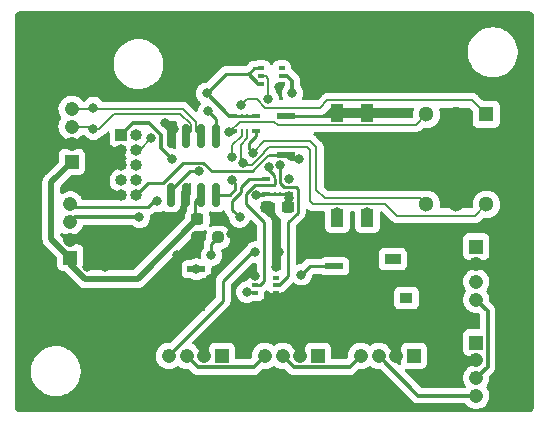
<source format=gbr>
%TF.GenerationSoftware,KiCad,Pcbnew,(6.0.11)*%
%TF.CreationDate,2024-05-16T18:38:15+09:00*%
%TF.ProjectId,active-marker-pcb,61637469-7665-42d6-9d61-726b65722d70,rev?*%
%TF.SameCoordinates,Original*%
%TF.FileFunction,Copper,L1,Top*%
%TF.FilePolarity,Positive*%
%FSLAX46Y46*%
G04 Gerber Fmt 4.6, Leading zero omitted, Abs format (unit mm)*
G04 Created by KiCad (PCBNEW (6.0.11)) date 2024-05-16 18:38:15*
%MOMM*%
%LPD*%
G01*
G04 APERTURE LIST*
G04 Aperture macros list*
%AMRoundRect*
0 Rectangle with rounded corners*
0 $1 Rounding radius*
0 $2 $3 $4 $5 $6 $7 $8 $9 X,Y pos of 4 corners*
0 Add a 4 corners polygon primitive as box body*
4,1,4,$2,$3,$4,$5,$6,$7,$8,$9,$2,$3,0*
0 Add four circle primitives for the rounded corners*
1,1,$1+$1,$2,$3*
1,1,$1+$1,$4,$5*
1,1,$1+$1,$6,$7*
1,1,$1+$1,$8,$9*
0 Add four rect primitives between the rounded corners*
20,1,$1+$1,$2,$3,$4,$5,0*
20,1,$1+$1,$4,$5,$6,$7,0*
20,1,$1+$1,$6,$7,$8,$9,0*
20,1,$1+$1,$8,$9,$2,$3,0*%
G04 Aperture macros list end*
%TA.AperFunction,ComponentPad*%
%ADD10C,1.208000*%
%TD*%
%TA.AperFunction,ComponentPad*%
%ADD11R,1.208000X1.208000*%
%TD*%
%TA.AperFunction,SMDPad,CuDef*%
%ADD12R,1.500000X0.550000*%
%TD*%
%TA.AperFunction,SMDPad,CuDef*%
%ADD13RoundRect,0.237500X-0.300000X-0.237500X0.300000X-0.237500X0.300000X0.237500X-0.300000X0.237500X0*%
%TD*%
%TA.AperFunction,SMDPad,CuDef*%
%ADD14R,0.711200X0.406400*%
%TD*%
%TA.AperFunction,SMDPad,CuDef*%
%ADD15R,0.203200X0.406400*%
%TD*%
%TA.AperFunction,ComponentPad*%
%ADD16R,1.000000X1.000000*%
%TD*%
%TA.AperFunction,ComponentPad*%
%ADD17O,1.000000X1.000000*%
%TD*%
%TA.AperFunction,SMDPad,CuDef*%
%ADD18R,0.550000X0.300000*%
%TD*%
%TA.AperFunction,SMDPad,CuDef*%
%ADD19RoundRect,0.150000X0.150000X-0.825000X0.150000X0.825000X-0.150000X0.825000X-0.150000X-0.825000X0*%
%TD*%
%TA.AperFunction,SMDPad,CuDef*%
%ADD20RoundRect,0.237500X0.300000X0.237500X-0.300000X0.237500X-0.300000X-0.237500X0.300000X-0.237500X0*%
%TD*%
%TA.AperFunction,SMDPad,CuDef*%
%ADD21R,1.100000X1.500000*%
%TD*%
%TA.AperFunction,SMDPad,CuDef*%
%ADD22RoundRect,0.237500X0.250000X0.237500X-0.250000X0.237500X-0.250000X-0.237500X0.250000X-0.237500X0*%
%TD*%
%TA.AperFunction,ComponentPad*%
%ADD23R,1.300000X1.300000*%
%TD*%
%TA.AperFunction,ComponentPad*%
%ADD24C,1.300000*%
%TD*%
%TA.AperFunction,SMDPad,CuDef*%
%ADD25R,1.100000X0.900000*%
%TD*%
%TA.AperFunction,SMDPad,CuDef*%
%ADD26R,1.400000X0.900000*%
%TD*%
%TA.AperFunction,ViaPad*%
%ADD27C,0.800000*%
%TD*%
%TA.AperFunction,Conductor*%
%ADD28C,0.200000*%
%TD*%
%TA.AperFunction,Conductor*%
%ADD29C,0.250000*%
%TD*%
%TA.AperFunction,Conductor*%
%ADD30C,0.300000*%
%TD*%
%TA.AperFunction,Conductor*%
%ADD31C,0.500000*%
%TD*%
G04 APERTURE END LIST*
D10*
%TO.P,J3,1,Pin_1*%
%TO.N,/SPI_MOSI*%
X113574000Y-114707000D03*
%TO.P,J3,2,Pin_2*%
%TO.N,/D12*%
X115074000Y-114707000D03*
%TO.P,J3,3,Pin_3*%
%TO.N,GND*%
X116574000Y-114707000D03*
D11*
%TO.P,J3,4,Pin_4*%
%TO.N,+5V*%
X118074000Y-114707000D03*
%TD*%
D10*
%TO.P,J13,1,Pin_1*%
%TO.N,/CAN-*%
X105345000Y-93786000D03*
%TO.P,J13,2,Pin_2*%
%TO.N,/CAN+*%
X105345000Y-95286000D03*
%TO.P,J13,3,Pin_3*%
%TO.N,GND*%
X105345000Y-96786000D03*
D11*
%TO.P,J13,4,Pin_4*%
%TO.N,+5V*%
X105345000Y-98286000D03*
%TD*%
D10*
%TO.P,J2,1,Pin_1*%
%TO.N,/UART_RX*%
X105217000Y-101882000D03*
%TO.P,J2,2,Pin_2*%
%TO.N,/UART_TX*%
X105217000Y-103382000D03*
%TO.P,J2,3,Pin_3*%
%TO.N,GND*%
X105217000Y-104882000D03*
D11*
%TO.P,J2,4,Pin_4*%
%TO.N,+5V*%
X105217000Y-106382000D03*
%TD*%
D10*
%TO.P,J7,1,Pin_1*%
%TO.N,/D45*%
X139599000Y-109946000D03*
%TO.P,J7,2,Pin_2*%
%TO.N,/D56*%
X139599000Y-108446000D03*
%TO.P,J7,3,Pin_3*%
%TO.N,GND*%
X139599000Y-106946000D03*
D11*
%TO.P,J7,4,Pin_4*%
%TO.N,+5V*%
X139599000Y-105446000D03*
%TD*%
D10*
%TO.P,J5,1,Pin_1*%
%TO.N,/D23*%
X129830000Y-114707000D03*
%TO.P,J5,2,Pin_2*%
%TO.N,/D34*%
X131330000Y-114707000D03*
%TO.P,J5,3,Pin_3*%
%TO.N,GND*%
X132830000Y-114707000D03*
D11*
%TO.P,J5,4,Pin_4*%
%TO.N,+5V*%
X134330000Y-114707000D03*
%TD*%
D10*
%TO.P,J6,1,Pin_1*%
%TO.N,/D34*%
X139599000Y-118074000D03*
%TO.P,J6,2,Pin_2*%
%TO.N,/D45*%
X139599000Y-116574000D03*
%TO.P,J6,3,Pin_3*%
%TO.N,GND*%
X139599000Y-115074000D03*
D11*
%TO.P,J6,4,Pin_4*%
%TO.N,+5V*%
X139599000Y-113574000D03*
%TD*%
D10*
%TO.P,J4,1,Pin_1*%
%TO.N,/D12*%
X121702000Y-114707000D03*
%TO.P,J4,2,Pin_2*%
%TO.N,/D23*%
X123202000Y-114707000D03*
%TO.P,J4,3,Pin_3*%
%TO.N,GND*%
X124702000Y-114707000D03*
D11*
%TO.P,J4,4,Pin_4*%
%TO.N,+5V*%
X126202000Y-114707000D03*
%TD*%
D12*
%TO.P,SW2,1,1*%
%TO.N,/USER_BUTTON1*%
X127596000Y-107111000D03*
%TO.P,SW2,2,2*%
%TO.N,GND*%
X127596000Y-110361000D03*
%TD*%
D13*
%TO.P,C8,1*%
%TO.N,+5V*%
X115977500Y-103148000D03*
%TO.P,C8,2*%
%TO.N,GND*%
X117702500Y-103148000D03*
%TD*%
D14*
%TO.P,RN3,1,R1.1*%
%TO.N,+3V3*%
X121766700Y-101014400D03*
%TO.P,RN3,2,R1.2*%
%TO.N,/USER_SELECT2*%
X121766700Y-99693600D03*
D15*
%TO.P,RN3,3,R2.1*%
%TO.N,+3V3*%
X122519937Y-101014400D03*
%TO.P,RN3,4,R2.2*%
%TO.N,/I2C_SCL*%
X122519937Y-99693600D03*
%TO.P,RN3,5,R3.1*%
%TO.N,+3V3*%
X123020063Y-101014400D03*
%TO.P,RN3,6,R3.2*%
%TO.N,/I2C_SDA*%
X123020063Y-99693600D03*
D14*
%TO.P,RN3,7,R4.1*%
%TO.N,+3V3*%
X123773300Y-101014400D03*
%TO.P,RN3,8,R4.2*%
%TO.N,/USER_SELECT1*%
X123773300Y-99693600D03*
%TD*%
D16*
%TO.P,J1,1,Pin_1*%
%TO.N,+3V3*%
X109562000Y-96026000D03*
D17*
%TO.P,J1,2,Pin_2*%
%TO.N,/SWDIO*%
X110832000Y-96026000D03*
%TO.P,J1,3,Pin_3*%
%TO.N,GND*%
X109562000Y-97296000D03*
%TO.P,J1,4,Pin_4*%
%TO.N,/SWCLK*%
X110832000Y-97296000D03*
%TO.P,J1,5,Pin_5*%
%TO.N,GND*%
X109562000Y-98566000D03*
%TO.P,J1,6,Pin_6*%
%TO.N,/SWO*%
X110832000Y-98566000D03*
%TO.P,J1,7,Pin_7*%
%TO.N,/NC1*%
X109562000Y-99836000D03*
%TO.P,J1,8,Pin_8*%
%TO.N,/NC2*%
X110832000Y-99836000D03*
%TO.P,J1,9,Pin_9*%
%TO.N,GND*%
X109562000Y-101106000D03*
%TO.P,J1,10,Pin_10*%
%TO.N,/~{NRST}*%
X110832000Y-101106000D03*
%TD*%
D18*
%TO.P,U3,1,GND*%
%TO.N,GND*%
X123137000Y-91650000D03*
%TO.P,U3,2,SDA*%
%TO.N,/I2C_SDA*%
X123137000Y-91000000D03*
%TO.P,U3,3,INT*%
%TO.N,unconnected-(U3-Pad3)*%
X123137000Y-90350000D03*
%TO.P,U3,4,ADD*%
%TO.N,+3V3*%
X121387000Y-90350000D03*
%TO.P,U3,5,SCL*%
%TO.N,/I2C_SCL*%
X121387000Y-91000000D03*
%TO.P,U3,6,VDD*%
%TO.N,+3V3*%
X121387000Y-91650000D03*
%TD*%
D19*
%TO.P,U5,1,TXD*%
%TO.N,/CAN_TX*%
X113753000Y-101051000D03*
%TO.P,U5,2,VSS*%
%TO.N,GND*%
X115023000Y-101051000D03*
%TO.P,U5,3,VDD*%
%TO.N,+5V*%
X116293000Y-101051000D03*
%TO.P,U5,4,RXD*%
%TO.N,/CAN_RX*%
X117563000Y-101051000D03*
%TO.P,U5,5,Vref*%
%TO.N,Net-(C5-Pad1)*%
X117563000Y-96101000D03*
%TO.P,U5,6,CANL*%
%TO.N,/CAN-*%
X116293000Y-96101000D03*
%TO.P,U5,7,CANH*%
%TO.N,/CAN+*%
X115023000Y-96101000D03*
%TO.P,U5,8,Rs*%
%TO.N,GND*%
X113753000Y-96101000D03*
%TD*%
D14*
%TO.P,RN1,1,R1.1*%
%TO.N,+3V3*%
X120979300Y-94359600D03*
%TO.P,RN1,2,R1.2*%
%TO.N,/ID2*%
X120979300Y-95680400D03*
D15*
%TO.P,RN1,3,R2.1*%
%TO.N,+3V3*%
X120226063Y-94359600D03*
%TO.P,RN1,4,R2.2*%
%TO.N,/ID8*%
X120226063Y-95680400D03*
%TO.P,RN1,5,R3.1*%
%TO.N,+3V3*%
X119725937Y-94359600D03*
%TO.P,RN1,6,R3.2*%
%TO.N,/ID1*%
X119725937Y-95680400D03*
D14*
%TO.P,RN1,7,R4.1*%
%TO.N,+3V3*%
X118972700Y-94359600D03*
%TO.P,RN1,8,R4.2*%
%TO.N,/ID4*%
X118972700Y-95680400D03*
%TD*%
D12*
%TO.P,SW4,1,1*%
%TO.N,/~{NRST}*%
X123532000Y-97661000D03*
%TO.P,SW4,2,2*%
%TO.N,GND*%
X123532000Y-94411000D03*
%TD*%
%TO.P,SW3,1,1*%
%TO.N,/USER_BUTTON2*%
X115912000Y-107365000D03*
%TO.P,SW3,2,2*%
%TO.N,GND*%
X115912000Y-110615000D03*
%TD*%
D20*
%TO.P,C12,1*%
%TO.N,+3V3*%
X123632500Y-102132000D03*
%TO.P,C12,2*%
%TO.N,GND*%
X121907500Y-102132000D03*
%TD*%
D18*
%TO.P,U4,1,GND*%
%TO.N,GND*%
X122629000Y-109386000D03*
%TO.P,U4,2,SDA*%
%TO.N,/I2C_SDA*%
X122629000Y-108736000D03*
%TO.P,U4,3,INT*%
%TO.N,unconnected-(U4-Pad3)*%
X122629000Y-108086000D03*
%TO.P,U4,4,ADD*%
%TO.N,GND*%
X120879000Y-108086000D03*
%TO.P,U4,5,SCL*%
%TO.N,/I2C_SCL*%
X120879000Y-108736000D03*
%TO.P,U4,6,VDD*%
%TO.N,+3V3*%
X120879000Y-109386000D03*
%TD*%
D21*
%TO.P,SW1,1*%
%TO.N,/USER_SELECT1*%
X127850000Y-103026000D03*
%TO.P,SW1,2*%
%TO.N,/USER_SELECT2*%
X130390000Y-103026000D03*
%TO.P,SW1,3*%
%TO.N,GND*%
X130390000Y-94126000D03*
%TO.P,SW1,4*%
X127850000Y-94126000D03*
%TD*%
D22*
%TO.P,R2,1*%
%TO.N,Net-(D2-Pad1)*%
X117752500Y-104672000D03*
%TO.P,R2,2*%
%TO.N,GND*%
X115927500Y-104672000D03*
%TD*%
D23*
%TO.P,U1,1,1*%
%TO.N,/ID1*%
X140462000Y-94258000D03*
D24*
%TO.P,U1,2,2*%
%TO.N,/ID2*%
X135382000Y-101878000D03*
%TO.P,U1,4,4*%
%TO.N,/ID4*%
X135382000Y-94258000D03*
%TO.P,U1,8,8*%
%TO.N,/ID8*%
X140462000Y-101878000D03*
%TO.P,U1,C1,C1*%
%TO.N,GND*%
X137922000Y-94258000D03*
%TO.P,U1,C2,C2*%
X137922000Y-101878000D03*
%TD*%
D25*
%TO.P,RV1,1,1*%
%TO.N,+3V3*%
X133692000Y-109812000D03*
D26*
%TO.P,RV1,2,2*%
%TO.N,/USER_VR*%
X132542000Y-106512000D03*
D25*
%TO.P,RV1,3,3*%
%TO.N,GND*%
X131392000Y-109812000D03*
%TD*%
D27*
%TO.N,GND*%
X127000000Y-89535000D03*
X130810000Y-89535000D03*
X115570000Y-89535000D03*
X127635000Y-93980000D03*
X111125000Y-106045000D03*
X101333500Y-104966000D03*
X101058500Y-103376000D03*
X136525000Y-104140000D03*
X127000000Y-104775000D03*
X118745000Y-111760000D03*
X112395000Y-112395000D03*
X108585000Y-109855000D03*
X131445000Y-109855000D03*
X127635000Y-110490000D03*
X129540000Y-105410000D03*
X139700000Y-97790000D03*
X142240000Y-107950000D03*
X142240000Y-118110000D03*
X132080000Y-118110000D03*
X124460000Y-118110000D03*
X115570000Y-118110000D03*
X109220000Y-116840000D03*
X101600000Y-109220000D03*
X123190000Y-110490000D03*
X131572000Y-97028000D03*
X117094000Y-108204000D03*
X122936000Y-105918000D03*
X114300000Y-106172000D03*
X101346000Y-96520000D03*
X120904000Y-107950000D03*
X118872000Y-104394000D03*
X113284000Y-94996000D03*
X134112000Y-98044000D03*
X115570000Y-105918000D03*
X115316000Y-111252000D03*
X122682000Y-107188000D03*
X106680000Y-107188000D03*
X114046000Y-95504000D03*
X122936000Y-91948000D03*
X102870000Y-98044000D03*
X108204000Y-107188000D03*
X130556000Y-94234000D03*
X128524000Y-99568000D03*
%TO.N,+3V3*%
X123786000Y-101370000D03*
X120992000Y-101116000D03*
X113880000Y-98068000D03*
X133692000Y-109812000D03*
X116774500Y-92480000D03*
X120170926Y-109300547D03*
%TO.N,Net-(C5-Pad1)*%
X116928000Y-94004000D03*
%TO.N,/SWCLK*%
X112093622Y-96298378D03*
%TO.N,/~{NRST}*%
X124579500Y-98068000D03*
%TO.N,/UART_RX*%
X112610000Y-101624000D03*
%TO.N,/UART_TX*%
X111086000Y-102960972D03*
%TO.N,/SPI_MOSI*%
X120899701Y-105913701D03*
%TO.N,Net-(D2-Pad1)*%
X117182000Y-106196000D03*
%TO.N,/CAN+*%
X107188000Y-95504000D03*
%TO.N,/CAN-*%
X107188000Y-93679000D03*
%TO.N,/USER_BUTTON2*%
X115912000Y-107365000D03*
%TO.N,/ID4*%
X118706000Y-95782000D03*
%TO.N,/ID1*%
X119722000Y-93496000D03*
X118960000Y-97851500D03*
%TO.N,/ID8*%
X119820778Y-98359500D03*
%TO.N,/ID2*%
X120682815Y-97504815D03*
%TO.N,/USER_BUTTON1*%
X124802000Y-107823500D03*
%TO.N,/USER_SELECT2*%
X130390000Y-102518000D03*
X119558033Y-102928983D03*
%TO.N,/USER_SELECT1*%
X127850000Y-102518000D03*
X123773300Y-99693600D03*
%TO.N,/I2C_SDA*%
X124040000Y-92480000D03*
X123024000Y-98576000D03*
%TO.N,/I2C_SCL*%
X122036628Y-98731236D03*
X122008000Y-92988000D03*
%TO.N,/USER_VR*%
X132542000Y-106512000D03*
%TO.N,/CAN_TX*%
X116166000Y-99084000D03*
%TO.N,/CAN_RX*%
X118960000Y-99846000D03*
%TD*%
D28*
%TO.N,/ID8*%
X132864000Y-102828000D02*
X139512000Y-102828000D01*
X131854000Y-101818000D02*
X132864000Y-102828000D01*
X125758000Y-101818000D02*
X131854000Y-101818000D01*
X125564000Y-101624000D02*
X125758000Y-101818000D01*
X122089519Y-97052000D02*
X125310000Y-97052000D01*
X121656560Y-97484959D02*
X122089519Y-97052000D01*
X125564000Y-97306000D02*
X125564000Y-101624000D01*
X139512000Y-102828000D02*
X140462000Y-101878000D01*
X121656560Y-97520314D02*
X121656560Y-97484959D01*
X120600874Y-98576000D02*
X121656560Y-97520314D01*
X120037278Y-98576000D02*
X120600874Y-98576000D01*
X125310000Y-97052000D02*
X125564000Y-97306000D01*
X119820778Y-98359500D02*
X120037278Y-98576000D01*
D29*
%TO.N,/ID2*%
X120396000Y-96694815D02*
X120979300Y-96111515D01*
X120979300Y-96111515D02*
X120979300Y-95680400D01*
X120682815Y-97504815D02*
X120396000Y-97218000D01*
X120396000Y-97218000D02*
X120396000Y-96694815D01*
D28*
%TO.N,/ID1*%
X119725937Y-96085963D02*
X119725937Y-95680400D01*
X118960000Y-96851900D02*
X119725937Y-96085963D01*
X118960000Y-97851500D02*
X118960000Y-96851900D01*
%TO.N,/I2C_SCL*%
X122008000Y-91246000D02*
X121762000Y-91000000D01*
X121762000Y-91000000D02*
X121387000Y-91000000D01*
X122008000Y-92988000D02*
X122008000Y-91246000D01*
D30*
%TO.N,/I2C_SDA*%
X123612000Y-91000000D02*
X123137000Y-91000000D01*
X124040000Y-91428000D02*
X123612000Y-91000000D01*
X124040000Y-92480000D02*
X124040000Y-91428000D01*
%TO.N,+3V3*%
X120342000Y-90878000D02*
X120342000Y-90814000D01*
X121114000Y-91650000D02*
X120342000Y-90878000D01*
X121387000Y-91650000D02*
X121114000Y-91650000D01*
D29*
X118440500Y-90814000D02*
X116774500Y-92480000D01*
X120342000Y-90814000D02*
X118440500Y-90814000D01*
X121387000Y-90350000D02*
X120806000Y-90350000D01*
X120806000Y-90350000D02*
X120342000Y-90814000D01*
D30*
%TO.N,/D12*%
X120748000Y-115661000D02*
X121702000Y-114707000D01*
X116028000Y-115661000D02*
X120748000Y-115661000D01*
X115074000Y-114707000D02*
X116028000Y-115661000D01*
%TO.N,/D23*%
X128876000Y-115661000D02*
X129830000Y-114707000D01*
X124156000Y-115661000D02*
X128876000Y-115661000D01*
X123202000Y-114707000D02*
X124156000Y-115661000D01*
%TO.N,/D45*%
X140553000Y-110900000D02*
X139599000Y-109946000D01*
X140553000Y-115620000D02*
X140553000Y-110900000D01*
X139599000Y-116574000D02*
X140553000Y-115620000D01*
%TO.N,/D34*%
X134697000Y-118074000D02*
X139599000Y-118074000D01*
X131330000Y-114707000D02*
X134697000Y-118074000D01*
D29*
%TO.N,/SPI_MOSI*%
X113574000Y-114628000D02*
X113574000Y-114707000D01*
X118162000Y-110040000D02*
X113574000Y-114628000D01*
X118162000Y-108396695D02*
X118162000Y-110040000D01*
X120644994Y-105913701D02*
X118162000Y-108396695D01*
X120899701Y-105913701D02*
X120644994Y-105913701D01*
D31*
%TO.N,+5V*%
X103632000Y-104797000D02*
X103632000Y-99999000D01*
X105217000Y-106382000D02*
X103632000Y-104797000D01*
X103632000Y-99999000D02*
X105345000Y-98286000D01*
D28*
%TO.N,/CAN+*%
X106970000Y-95286000D02*
X107188000Y-95504000D01*
X105345000Y-95286000D02*
X106970000Y-95286000D01*
%TO.N,/CAN-*%
X107081000Y-93786000D02*
X107188000Y-93679000D01*
X105345000Y-93786000D02*
X107081000Y-93786000D01*
X115883001Y-94926801D02*
X115883001Y-95691001D01*
X114735200Y-93779000D02*
X115883001Y-94926801D01*
X115883001Y-95691001D02*
X116293000Y-96101000D01*
X107288000Y-93779000D02*
X114735200Y-93779000D01*
X107188000Y-93679000D02*
X107288000Y-93779000D01*
%TO.N,/CAN+*%
X115432999Y-95113199D02*
X115432999Y-95691001D01*
X107696000Y-95504000D02*
X108971000Y-94229000D01*
X108971000Y-94229000D02*
X114548800Y-94229000D01*
X114548800Y-94229000D02*
X115432999Y-95113199D01*
X107188000Y-95504000D02*
X107696000Y-95504000D01*
X115432999Y-95691001D02*
X115023000Y-96101000D01*
D31*
%TO.N,+5V*%
X106493918Y-108204000D02*
X105217000Y-106927082D01*
X110921500Y-108204000D02*
X106493918Y-108204000D01*
X115977500Y-103148000D02*
X110921500Y-108204000D01*
X105217000Y-106927082D02*
X105217000Y-106382000D01*
D29*
%TO.N,/UART_RX*%
X112356000Y-101624000D02*
X112610000Y-101624000D01*
X105467000Y-102132000D02*
X111848000Y-102132000D01*
X111848000Y-102132000D02*
X112356000Y-101624000D01*
X105217000Y-101882000D02*
X105467000Y-102132000D01*
D30*
%TO.N,/UART_TX*%
X105638028Y-102960972D02*
X111086000Y-102960972D01*
X105217000Y-103382000D02*
X105638028Y-102960972D01*
D29*
%TO.N,+5V*%
X115758500Y-101585500D02*
X116293000Y-101051000D01*
X115758500Y-103148000D02*
X115758500Y-101585500D01*
%TO.N,GND*%
X115808500Y-104672000D02*
X115808500Y-104822500D01*
D30*
%TO.N,+3V3*%
X111892661Y-95020000D02*
X112886331Y-96013670D01*
X110568000Y-95020000D02*
X111892661Y-95020000D01*
D31*
X123786000Y-101370000D02*
X123786000Y-101027100D01*
D30*
X109562000Y-96026000D02*
X110568000Y-95020000D01*
X123632500Y-101523500D02*
X123786000Y-101370000D01*
D28*
X120256379Y-109386000D02*
X120879000Y-109386000D01*
D30*
X112886331Y-96013670D02*
X112886331Y-97074331D01*
D31*
X123786000Y-101027100D02*
X123773300Y-101014400D01*
D29*
X123773300Y-101014400D02*
X121766700Y-101014400D01*
D30*
X116774500Y-92480000D02*
X118654100Y-94359600D01*
X123632500Y-102132000D02*
X123632500Y-101523500D01*
X120992000Y-101116000D02*
X121665100Y-101116000D01*
D29*
X118972700Y-94359600D02*
X120636400Y-94359600D01*
D30*
X121665100Y-101116000D02*
X121766700Y-101014400D01*
X112886331Y-97074331D02*
X113880000Y-98068000D01*
X118654100Y-94359600D02*
X118972700Y-94359600D01*
D28*
X120170926Y-109300547D02*
X120256379Y-109386000D01*
D29*
%TO.N,Net-(C5-Pad1)*%
X117563000Y-94639000D02*
X116928000Y-94004000D01*
X117563000Y-96101000D02*
X117563000Y-94639000D01*
D28*
%TO.N,/SWCLK*%
X111096000Y-97296000D02*
X110832000Y-97296000D01*
X112093622Y-96298378D02*
X111096000Y-97296000D01*
%TO.N,/~{NRST}*%
X122081560Y-97661000D02*
X120658560Y-99084000D01*
D29*
X117191305Y-99084000D02*
X120658560Y-99084000D01*
X122081560Y-97661000D02*
X123532000Y-97661000D01*
X113067249Y-100090000D02*
X114798249Y-98359000D01*
X110832000Y-101106000D02*
X111848000Y-100090000D01*
X116466305Y-98359000D02*
X117191305Y-99084000D01*
D30*
X123939000Y-98068000D02*
X123532000Y-97661000D01*
D29*
X114798249Y-98359000D02*
X116466305Y-98359000D01*
X111848000Y-100090000D02*
X113067249Y-100090000D01*
D30*
X124579500Y-98068000D02*
X123939000Y-98068000D01*
D29*
%TO.N,Net-(D2-Pad1)*%
X117182000Y-105242500D02*
X117752500Y-104672000D01*
X117182000Y-106196000D02*
X117182000Y-105242500D01*
D28*
%TO.N,/ID4*%
X134464000Y-95176000D02*
X135382000Y-94258000D01*
X122795200Y-95176000D02*
X134464000Y-95176000D01*
D29*
X118706000Y-95782000D02*
X119125100Y-95782000D01*
D28*
X122482000Y-94862800D02*
X122795200Y-95176000D01*
X118706000Y-95782000D02*
X119625200Y-94862800D01*
X119625200Y-94862800D02*
X122482000Y-94862800D01*
%TO.N,/ID1*%
X126388000Y-93688000D02*
X127000000Y-93076000D01*
X119722000Y-93496000D02*
X120230000Y-92988000D01*
X120230000Y-92988000D02*
X121018050Y-92988000D01*
X127000000Y-93076000D02*
X139280000Y-93076000D01*
X121018050Y-92988000D02*
X121718050Y-93688000D01*
X121718050Y-93688000D02*
X126388000Y-93688000D01*
X139280000Y-93076000D02*
X140462000Y-94258000D01*
%TO.N,/ID8*%
X120226063Y-96263712D02*
X120226063Y-95680400D01*
X119660000Y-98198722D02*
X119660000Y-96829775D01*
X119820778Y-98359500D02*
X119660000Y-98198722D01*
X119660000Y-96829775D02*
X120226063Y-96263712D01*
%TO.N,/ID2*%
X120682815Y-97504815D02*
X121643630Y-96544000D01*
X126072000Y-100665685D02*
X126752315Y-101346000D01*
X126072000Y-97052000D02*
X126072000Y-100665685D01*
X126752315Y-101346000D02*
X134850000Y-101346000D01*
X121643630Y-96544000D02*
X125564000Y-96544000D01*
X125564000Y-96544000D02*
X126072000Y-97052000D01*
X134850000Y-101346000D02*
X135382000Y-101878000D01*
D29*
%TO.N,/USER_BUTTON1*%
X125514500Y-107111000D02*
X124802000Y-107823500D01*
X127088000Y-107111000D02*
X125514500Y-107111000D01*
%TO.N,/USER_SELECT2*%
X119664000Y-100857198D02*
X119664000Y-100412000D01*
X120382400Y-99693600D02*
X121766700Y-99693600D01*
X119558033Y-102928983D02*
X118960000Y-102330950D01*
X119664000Y-100412000D02*
X120382400Y-99693600D01*
X118960000Y-101561198D02*
X119664000Y-100857198D01*
X118960000Y-102330950D02*
X118960000Y-101561198D01*
%TO.N,/I2C_SDA*%
X123698000Y-107950000D02*
X123698000Y-103399495D01*
X124511000Y-102586495D02*
X124511000Y-100571000D01*
X124511000Y-100571000D02*
X124358600Y-100418600D01*
X123698000Y-103399495D02*
X124511000Y-102586495D01*
X123024000Y-98576000D02*
X123024000Y-99689663D01*
X123020063Y-100096063D02*
X123020063Y-99693600D01*
X123024000Y-99689663D02*
X123020063Y-99693600D01*
X122912000Y-108736000D02*
X123698000Y-107950000D01*
X123342600Y-100418600D02*
X123020063Y-100096063D01*
X124358600Y-100418600D02*
X123342600Y-100418600D01*
X122629000Y-108736000D02*
X122912000Y-108736000D01*
%TO.N,/I2C_SCL*%
X122036628Y-98938223D02*
X122516000Y-99417595D01*
X120860895Y-100221800D02*
X122436174Y-100221800D01*
X122519937Y-100138037D02*
X122519937Y-99693600D01*
X120114000Y-101826000D02*
X120114000Y-100968695D01*
X120114000Y-100968695D02*
X120860895Y-100221800D01*
X121666000Y-103378000D02*
X120114000Y-101826000D01*
X121666000Y-108374000D02*
X121666000Y-103378000D01*
X121304000Y-108736000D02*
X121666000Y-108374000D01*
X120879000Y-108736000D02*
X121304000Y-108736000D01*
X122516000Y-99417595D02*
X122516000Y-99592000D01*
X122436174Y-100221800D02*
X122519937Y-100138037D01*
X122036628Y-98731236D02*
X122036628Y-98938223D01*
%TO.N,/CAN_TX*%
X115343249Y-99084000D02*
X116166000Y-99084000D01*
X113753000Y-101051000D02*
X113753000Y-100674249D01*
X113753000Y-100674249D02*
X115343249Y-99084000D01*
%TO.N,/CAN_RX*%
X118771000Y-101051000D02*
X117563000Y-101051000D01*
X119214000Y-100100000D02*
X119214000Y-100608000D01*
X118960000Y-99846000D02*
X119214000Y-100100000D01*
X119214000Y-100608000D02*
X118771000Y-101051000D01*
%TD*%
%TA.AperFunction,Conductor*%
%TO.N,GND*%
G36*
X143970018Y-85510000D02*
G01*
X143984852Y-85512310D01*
X143984855Y-85512310D01*
X143993724Y-85513691D01*
X144002626Y-85512527D01*
X144002750Y-85512511D01*
X144033192Y-85512240D01*
X144040621Y-85513077D01*
X144095264Y-85519234D01*
X144122771Y-85525513D01*
X144199853Y-85552485D01*
X144225274Y-85564727D01*
X144294426Y-85608178D01*
X144316485Y-85625770D01*
X144374230Y-85683515D01*
X144391822Y-85705574D01*
X144435273Y-85774726D01*
X144447515Y-85800147D01*
X144474487Y-85877228D01*
X144480766Y-85904736D01*
X144487018Y-85960226D01*
X144486923Y-85975868D01*
X144487800Y-85975879D01*
X144487690Y-85984851D01*
X144486309Y-85993724D01*
X144487473Y-86002626D01*
X144487473Y-86002628D01*
X144490436Y-86025283D01*
X144491500Y-86041621D01*
X144491500Y-118950633D01*
X144490000Y-118970018D01*
X144486309Y-118993724D01*
X144487473Y-119002626D01*
X144487489Y-119002750D01*
X144487760Y-119033192D01*
X144485566Y-119052662D01*
X144480766Y-119095264D01*
X144474487Y-119122771D01*
X144447515Y-119199853D01*
X144435273Y-119225274D01*
X144391822Y-119294426D01*
X144374230Y-119316485D01*
X144316485Y-119374230D01*
X144294426Y-119391822D01*
X144225274Y-119435273D01*
X144199853Y-119447515D01*
X144122772Y-119474487D01*
X144095264Y-119480766D01*
X144039774Y-119487018D01*
X144024132Y-119486923D01*
X144024121Y-119487800D01*
X144015149Y-119487690D01*
X144006276Y-119486309D01*
X143997374Y-119487473D01*
X143997372Y-119487473D01*
X143986385Y-119488910D01*
X143974714Y-119490436D01*
X143958379Y-119491500D01*
X101049367Y-119491500D01*
X101029982Y-119490000D01*
X101015148Y-119487690D01*
X101015145Y-119487690D01*
X101006276Y-119486309D01*
X100997374Y-119487473D01*
X100997250Y-119487489D01*
X100966808Y-119487760D01*
X100946130Y-119485430D01*
X100904736Y-119480766D01*
X100877229Y-119474487D01*
X100800147Y-119447515D01*
X100774726Y-119435273D01*
X100705574Y-119391822D01*
X100683515Y-119374230D01*
X100625770Y-119316485D01*
X100608178Y-119294426D01*
X100564727Y-119225274D01*
X100552485Y-119199853D01*
X100525513Y-119122772D01*
X100519234Y-119095266D01*
X100514795Y-119055872D01*
X100513170Y-119041447D01*
X100512888Y-119016640D01*
X100513576Y-119012552D01*
X100513729Y-119000000D01*
X100509773Y-118972376D01*
X100508500Y-118954514D01*
X100508500Y-116132703D01*
X101890743Y-116132703D01*
X101891302Y-116136947D01*
X101891302Y-116136951D01*
X101898621Y-116192544D01*
X101928268Y-116417734D01*
X102004129Y-116695036D01*
X102005813Y-116698984D01*
X102111581Y-116946951D01*
X102116923Y-116959476D01*
X102264561Y-117206161D01*
X102444313Y-117430528D01*
X102652851Y-117628423D01*
X102886317Y-117796186D01*
X102890112Y-117798195D01*
X102890113Y-117798196D01*
X102911869Y-117809715D01*
X103140392Y-117930712D01*
X103410373Y-118029511D01*
X103691264Y-118090755D01*
X103719841Y-118093004D01*
X103914282Y-118108307D01*
X103914291Y-118108307D01*
X103916739Y-118108500D01*
X104072271Y-118108500D01*
X104074407Y-118108354D01*
X104074418Y-118108354D01*
X104282548Y-118094165D01*
X104282554Y-118094164D01*
X104286825Y-118093873D01*
X104291020Y-118093004D01*
X104291022Y-118093004D01*
X104427583Y-118064724D01*
X104568342Y-118035574D01*
X104839343Y-117939607D01*
X105094812Y-117807750D01*
X105098313Y-117805289D01*
X105098317Y-117805287D01*
X105293051Y-117668425D01*
X105330023Y-117642441D01*
X105488246Y-117495411D01*
X105537479Y-117449661D01*
X105537481Y-117449658D01*
X105540622Y-117446740D01*
X105722713Y-117224268D01*
X105872927Y-116979142D01*
X105936280Y-116834821D01*
X105986757Y-116719830D01*
X105988483Y-116715898D01*
X106067244Y-116439406D01*
X106107751Y-116154784D01*
X106107804Y-116144841D01*
X106109235Y-115871583D01*
X106109235Y-115871576D01*
X106109257Y-115867297D01*
X106103361Y-115822508D01*
X106090875Y-115727673D01*
X106071732Y-115582266D01*
X106066619Y-115563574D01*
X106017532Y-115384145D01*
X105995871Y-115304964D01*
X105883077Y-115040524D01*
X105784619Y-114876012D01*
X105737643Y-114797521D01*
X105737640Y-114797517D01*
X105735439Y-114793839D01*
X105555687Y-114569472D01*
X105347149Y-114371577D01*
X105113683Y-114203814D01*
X105091843Y-114192250D01*
X105068654Y-114179972D01*
X104859608Y-114069288D01*
X104589627Y-113970489D01*
X104308736Y-113909245D01*
X104277685Y-113906801D01*
X104085718Y-113891693D01*
X104085709Y-113891693D01*
X104083261Y-113891500D01*
X103927729Y-113891500D01*
X103925593Y-113891646D01*
X103925582Y-113891646D01*
X103717452Y-113905835D01*
X103717446Y-113905836D01*
X103713175Y-113906127D01*
X103708980Y-113906996D01*
X103708978Y-113906996D01*
X103578001Y-113934120D01*
X103431658Y-113964426D01*
X103160657Y-114060393D01*
X102905188Y-114192250D01*
X102901687Y-114194711D01*
X102901683Y-114194713D01*
X102891594Y-114201804D01*
X102669977Y-114357559D01*
X102597719Y-114424705D01*
X102466500Y-114546642D01*
X102459378Y-114553260D01*
X102277287Y-114775732D01*
X102127073Y-115020858D01*
X102011517Y-115284102D01*
X102010342Y-115288229D01*
X102010341Y-115288230D01*
X101989176Y-115362531D01*
X101932756Y-115560594D01*
X101914500Y-115688872D01*
X101893851Y-115833963D01*
X101892249Y-115845216D01*
X101892227Y-115849505D01*
X101892226Y-115849512D01*
X101890780Y-116125637D01*
X101890743Y-116132703D01*
X100508500Y-116132703D01*
X100508500Y-104770349D01*
X102868801Y-104770349D01*
X102869394Y-104777641D01*
X102869394Y-104777644D01*
X102873085Y-104823018D01*
X102873500Y-104833233D01*
X102873500Y-104841293D01*
X102873925Y-104844937D01*
X102876789Y-104869507D01*
X102877222Y-104873882D01*
X102880767Y-104917459D01*
X102883140Y-104946637D01*
X102885396Y-104953601D01*
X102886587Y-104959560D01*
X102887971Y-104965415D01*
X102888818Y-104972681D01*
X102913735Y-105041327D01*
X102915152Y-105045455D01*
X102918235Y-105054970D01*
X102937649Y-105114899D01*
X102941445Y-105121154D01*
X102943951Y-105126628D01*
X102946670Y-105132058D01*
X102949167Y-105138937D01*
X102953180Y-105145057D01*
X102953180Y-105145058D01*
X102989186Y-105199976D01*
X102991523Y-105203680D01*
X103029405Y-105266107D01*
X103033121Y-105270315D01*
X103033122Y-105270316D01*
X103036803Y-105274484D01*
X103036776Y-105274508D01*
X103039429Y-105277500D01*
X103042132Y-105280733D01*
X103046144Y-105286852D01*
X103051456Y-105291884D01*
X103102383Y-105340128D01*
X103104825Y-105342506D01*
X104067595Y-106305276D01*
X104101621Y-106367588D01*
X104104500Y-106394371D01*
X104104500Y-107034134D01*
X104111255Y-107096316D01*
X104162385Y-107232705D01*
X104249739Y-107349261D01*
X104366295Y-107436615D01*
X104502684Y-107487745D01*
X104564866Y-107494500D01*
X104659547Y-107494500D01*
X104727668Y-107514502D01*
X104748642Y-107531405D01*
X105910148Y-108692911D01*
X105922534Y-108707323D01*
X105931067Y-108718918D01*
X105931072Y-108718923D01*
X105935410Y-108724818D01*
X105940988Y-108729557D01*
X105940991Y-108729560D01*
X105975686Y-108759035D01*
X105983202Y-108765965D01*
X105988898Y-108771661D01*
X105991759Y-108773924D01*
X105991764Y-108773929D01*
X106011184Y-108789293D01*
X106014585Y-108792082D01*
X106070203Y-108839333D01*
X106076716Y-108842659D01*
X106081755Y-108846020D01*
X106086897Y-108849196D01*
X106092634Y-108853734D01*
X106158793Y-108884655D01*
X106162687Y-108886558D01*
X106227726Y-108919769D01*
X106234835Y-108921508D01*
X106240469Y-108923604D01*
X106246239Y-108925523D01*
X106252868Y-108928622D01*
X106260031Y-108930112D01*
X106260034Y-108930113D01*
X106310748Y-108940661D01*
X106324353Y-108943491D01*
X106328619Y-108944457D01*
X106399528Y-108961808D01*
X106405130Y-108962156D01*
X106405133Y-108962156D01*
X106410682Y-108962500D01*
X106410680Y-108962535D01*
X106414652Y-108962775D01*
X106418873Y-108963152D01*
X106426033Y-108964641D01*
X106503460Y-108962546D01*
X106506868Y-108962500D01*
X110854430Y-108962500D01*
X110873380Y-108963933D01*
X110887615Y-108966099D01*
X110887619Y-108966099D01*
X110894849Y-108967199D01*
X110902141Y-108966606D01*
X110902144Y-108966606D01*
X110947518Y-108962915D01*
X110957733Y-108962500D01*
X110965793Y-108962500D01*
X110983180Y-108960473D01*
X110994007Y-108959211D01*
X110998382Y-108958778D01*
X111063839Y-108953454D01*
X111063842Y-108953453D01*
X111071137Y-108952860D01*
X111078101Y-108950604D01*
X111084060Y-108949413D01*
X111089915Y-108948029D01*
X111097181Y-108947182D01*
X111165827Y-108922265D01*
X111169955Y-108920848D01*
X111232436Y-108900607D01*
X111232438Y-108900606D01*
X111239399Y-108898351D01*
X111245654Y-108894555D01*
X111251128Y-108892049D01*
X111256558Y-108889330D01*
X111263437Y-108886833D01*
X111305276Y-108859402D01*
X111324476Y-108846814D01*
X111328180Y-108844477D01*
X111390607Y-108806595D01*
X111398984Y-108799197D01*
X111399008Y-108799224D01*
X111402000Y-108796571D01*
X111405233Y-108793868D01*
X111411352Y-108789856D01*
X111464628Y-108733617D01*
X111467006Y-108731175D01*
X116029776Y-104168405D01*
X116092088Y-104134379D01*
X116118871Y-104131500D01*
X116327072Y-104131500D01*
X116330318Y-104131163D01*
X116330322Y-104131163D01*
X116424235Y-104121419D01*
X116424239Y-104121418D01*
X116431093Y-104120707D01*
X116437629Y-104118526D01*
X116437631Y-104118526D01*
X116589159Y-104067972D01*
X116596107Y-104065654D01*
X116606362Y-104059308D01*
X116674814Y-104040470D01*
X116742584Y-104061631D01*
X116788155Y-104116072D01*
X116797059Y-104186508D01*
X116792258Y-104206119D01*
X116767026Y-104282191D01*
X116766326Y-104289027D01*
X116766325Y-104289030D01*
X116764918Y-104302768D01*
X116756500Y-104384928D01*
X116756500Y-104719905D01*
X116736498Y-104788026D01*
X116719595Y-104809000D01*
X116705865Y-104822730D01*
X116703385Y-104825927D01*
X116695682Y-104834947D01*
X116665414Y-104867179D01*
X116661595Y-104874125D01*
X116661593Y-104874128D01*
X116655652Y-104884934D01*
X116644801Y-104901453D01*
X116632386Y-104917459D01*
X116629241Y-104924728D01*
X116629238Y-104924732D01*
X116614826Y-104958037D01*
X116609609Y-104968687D01*
X116588305Y-105007440D01*
X116586334Y-105015115D01*
X116586334Y-105015116D01*
X116583267Y-105027062D01*
X116576863Y-105045766D01*
X116568819Y-105064355D01*
X116567580Y-105072178D01*
X116567577Y-105072188D01*
X116561901Y-105108024D01*
X116559495Y-105119644D01*
X116557773Y-105126352D01*
X116548500Y-105162470D01*
X116548500Y-105182724D01*
X116546949Y-105202434D01*
X116543780Y-105222443D01*
X116547908Y-105266107D01*
X116547941Y-105266461D01*
X116548500Y-105278319D01*
X116548500Y-105493476D01*
X116528498Y-105561597D01*
X116516142Y-105577779D01*
X116442960Y-105659056D01*
X116347473Y-105824444D01*
X116288458Y-106006072D01*
X116287768Y-106012633D01*
X116287768Y-106012635D01*
X116279141Y-106094717D01*
X116268496Y-106196000D01*
X116282938Y-106333402D01*
X116284338Y-106346725D01*
X116271566Y-106416564D01*
X116223064Y-106468410D01*
X116154231Y-106485805D01*
X116132833Y-106483143D01*
X116095924Y-106475298D01*
X116013944Y-106457872D01*
X116013939Y-106457872D01*
X116007487Y-106456500D01*
X115816513Y-106456500D01*
X115810061Y-106457872D01*
X115810056Y-106457872D01*
X115728076Y-106475298D01*
X115629712Y-106496206D01*
X115623682Y-106498891D01*
X115623681Y-106498891D01*
X115592789Y-106512645D01*
X115469457Y-106567556D01*
X115462604Y-106570607D01*
X115411355Y-106581500D01*
X115113866Y-106581500D01*
X115051684Y-106588255D01*
X114915295Y-106639385D01*
X114798739Y-106726739D01*
X114711385Y-106843295D01*
X114660255Y-106979684D01*
X114653500Y-107041866D01*
X114653500Y-107688134D01*
X114660255Y-107750316D01*
X114711385Y-107886705D01*
X114798739Y-108003261D01*
X114915295Y-108090615D01*
X115051684Y-108141745D01*
X115113866Y-108148500D01*
X115411355Y-108148500D01*
X115462604Y-108159393D01*
X115484880Y-108169311D01*
X115621009Y-108229919D01*
X115629712Y-108233794D01*
X115723113Y-108253647D01*
X115810056Y-108272128D01*
X115810061Y-108272128D01*
X115816513Y-108273500D01*
X116007487Y-108273500D01*
X116013939Y-108272128D01*
X116013944Y-108272128D01*
X116100887Y-108253647D01*
X116194288Y-108233794D01*
X116202992Y-108229919D01*
X116339120Y-108169311D01*
X116361396Y-108159393D01*
X116412645Y-108148500D01*
X116710134Y-108148500D01*
X116772316Y-108141745D01*
X116908705Y-108090615D01*
X117025261Y-108003261D01*
X117112615Y-107886705D01*
X117163745Y-107750316D01*
X117170500Y-107688134D01*
X117170500Y-107228502D01*
X117190502Y-107160381D01*
X117244158Y-107113888D01*
X117277545Y-107104772D01*
X117277487Y-107104500D01*
X117283940Y-107103128D01*
X117283943Y-107103128D01*
X117352949Y-107088460D01*
X117464288Y-107064794D01*
X117508111Y-107045283D01*
X117632722Y-106989803D01*
X117632724Y-106989802D01*
X117638752Y-106987118D01*
X117685252Y-106953334D01*
X117736125Y-106916372D01*
X117793253Y-106874866D01*
X117867792Y-106792082D01*
X117916621Y-106737852D01*
X117916622Y-106737851D01*
X117921040Y-106732944D01*
X118003976Y-106589295D01*
X118013223Y-106573279D01*
X118013224Y-106573278D01*
X118016527Y-106567556D01*
X118075542Y-106385928D01*
X118079663Y-106346725D01*
X118094814Y-106202565D01*
X118094814Y-106202564D01*
X118095504Y-106196000D01*
X118084859Y-106094717D01*
X118076232Y-106012635D01*
X118076232Y-106012633D01*
X118075542Y-106006072D01*
X118016527Y-105824444D01*
X118015854Y-105823279D01*
X118006678Y-105754848D01*
X118036784Y-105690551D01*
X118096872Y-105652736D01*
X118118216Y-105648637D01*
X118149235Y-105645419D01*
X118149239Y-105645418D01*
X118156093Y-105644707D01*
X118162629Y-105642526D01*
X118162631Y-105642526D01*
X118295395Y-105598232D01*
X118321107Y-105589654D01*
X118469031Y-105498116D01*
X118474204Y-105492934D01*
X118586758Y-105380184D01*
X118586762Y-105380179D01*
X118591929Y-105375003D01*
X118623224Y-105324233D01*
X118679369Y-105233150D01*
X118679370Y-105233148D01*
X118683209Y-105226920D01*
X118737974Y-105061809D01*
X118739847Y-105043535D01*
X118744940Y-104993815D01*
X118748500Y-104959072D01*
X118748500Y-104384928D01*
X118746552Y-104366152D01*
X118738419Y-104287765D01*
X118738418Y-104287761D01*
X118737707Y-104280907D01*
X118720646Y-104229767D01*
X118684972Y-104122841D01*
X118682654Y-104115893D01*
X118591116Y-103967969D01*
X118585934Y-103962796D01*
X118473184Y-103850242D01*
X118473179Y-103850238D01*
X118468003Y-103845071D01*
X118393504Y-103799149D01*
X118326150Y-103757631D01*
X118326148Y-103757630D01*
X118319920Y-103753791D01*
X118154809Y-103699026D01*
X118147973Y-103698326D01*
X118147970Y-103698325D01*
X118096474Y-103693049D01*
X118052072Y-103688500D01*
X117452928Y-103688500D01*
X117449682Y-103688837D01*
X117449678Y-103688837D01*
X117355765Y-103698581D01*
X117355761Y-103698582D01*
X117348907Y-103699293D01*
X117342371Y-103701474D01*
X117342369Y-103701474D01*
X117209605Y-103745768D01*
X117183893Y-103754346D01*
X117177661Y-103758202D01*
X117177662Y-103758202D01*
X117173638Y-103760692D01*
X117105186Y-103779530D01*
X117037416Y-103758369D01*
X116991845Y-103703928D01*
X116982941Y-103633492D01*
X116987742Y-103613881D01*
X116989743Y-103607849D01*
X117012974Y-103537809D01*
X117016559Y-103502824D01*
X117020339Y-103465927D01*
X117023500Y-103435072D01*
X117023500Y-102860928D01*
X117023163Y-102857678D01*
X117013419Y-102763765D01*
X117013418Y-102763761D01*
X117012707Y-102756907D01*
X117000718Y-102720971D01*
X116972504Y-102636403D01*
X116969920Y-102565453D01*
X117006104Y-102504370D01*
X117069568Y-102472545D01*
X117142070Y-102480891D01*
X117142577Y-102481110D01*
X117149399Y-102485145D01*
X117157005Y-102487355D01*
X117157008Y-102487356D01*
X117227370Y-102507797D01*
X117309169Y-102531562D01*
X117315574Y-102532066D01*
X117315579Y-102532067D01*
X117344042Y-102534307D01*
X117344050Y-102534307D01*
X117346498Y-102534500D01*
X117779502Y-102534500D01*
X117781950Y-102534307D01*
X117781958Y-102534307D01*
X117810421Y-102532067D01*
X117810426Y-102532066D01*
X117816831Y-102531562D01*
X117916847Y-102502505D01*
X117968988Y-102487357D01*
X117968990Y-102487356D01*
X117976601Y-102485145D01*
X118031765Y-102452521D01*
X118112980Y-102404491D01*
X118112983Y-102404489D01*
X118119807Y-102400453D01*
X118125416Y-102394844D01*
X118131675Y-102389989D01*
X118132643Y-102391237D01*
X118186979Y-102361567D01*
X118257794Y-102366632D01*
X118314630Y-102409179D01*
X118334761Y-102449544D01*
X118334980Y-102450298D01*
X118338987Y-102469650D01*
X118340435Y-102481108D01*
X118341526Y-102489747D01*
X118344445Y-102497118D01*
X118344445Y-102497120D01*
X118357804Y-102530862D01*
X118361649Y-102542092D01*
X118365870Y-102556620D01*
X118373982Y-102584543D01*
X118378015Y-102591362D01*
X118378017Y-102591367D01*
X118384293Y-102601978D01*
X118392988Y-102619726D01*
X118400448Y-102638567D01*
X118405110Y-102644983D01*
X118405110Y-102644984D01*
X118426436Y-102674337D01*
X118432952Y-102684257D01*
X118447793Y-102709351D01*
X118455458Y-102722312D01*
X118469779Y-102736633D01*
X118482618Y-102751665D01*
X118494528Y-102768057D01*
X118500634Y-102773108D01*
X118528605Y-102796248D01*
X118537384Y-102804238D01*
X118610911Y-102877765D01*
X118644937Y-102940077D01*
X118647125Y-102953686D01*
X118652777Y-103007459D01*
X118661370Y-103089212D01*
X118664491Y-103118911D01*
X118723506Y-103300539D01*
X118726809Y-103306261D01*
X118726810Y-103306262D01*
X118760719Y-103364993D01*
X118818993Y-103465927D01*
X118946780Y-103607849D01*
X119101281Y-103720101D01*
X119107309Y-103722785D01*
X119107311Y-103722786D01*
X119192450Y-103760692D01*
X119275745Y-103797777D01*
X119369145Y-103817630D01*
X119456089Y-103836111D01*
X119456094Y-103836111D01*
X119462546Y-103837483D01*
X119653520Y-103837483D01*
X119659972Y-103836111D01*
X119659977Y-103836111D01*
X119746921Y-103817630D01*
X119840321Y-103797777D01*
X119923616Y-103760692D01*
X120008755Y-103722786D01*
X120008757Y-103722785D01*
X120014785Y-103720101D01*
X120169286Y-103607849D01*
X120297073Y-103465927D01*
X120355347Y-103364993D01*
X120389256Y-103306262D01*
X120389257Y-103306261D01*
X120392560Y-103300539D01*
X120402612Y-103269602D01*
X120442686Y-103210996D01*
X120508083Y-103183360D01*
X120578040Y-103195467D01*
X120611540Y-103219444D01*
X120995595Y-103603499D01*
X121029621Y-103665811D01*
X121032500Y-103692594D01*
X121032500Y-104879201D01*
X121012498Y-104947322D01*
X120958842Y-104993815D01*
X120906500Y-105005201D01*
X120804214Y-105005201D01*
X120797762Y-105006573D01*
X120797757Y-105006573D01*
X120710813Y-105025054D01*
X120617413Y-105044907D01*
X120611383Y-105047592D01*
X120611382Y-105047592D01*
X120448979Y-105119898D01*
X120448977Y-105119899D01*
X120442949Y-105122583D01*
X120437608Y-105126463D01*
X120437607Y-105126464D01*
X120420440Y-105138937D01*
X120288448Y-105234835D01*
X120284027Y-105239745D01*
X120284026Y-105239746D01*
X120248656Y-105279029D01*
X120160661Y-105376757D01*
X120065174Y-105542145D01*
X120063133Y-105548427D01*
X120047822Y-105595549D01*
X120017084Y-105645707D01*
X117769747Y-107893043D01*
X117761461Y-107900583D01*
X117754982Y-107904695D01*
X117749557Y-107910472D01*
X117708357Y-107954346D01*
X117705602Y-107957188D01*
X117685865Y-107976925D01*
X117683385Y-107980122D01*
X117675682Y-107989142D01*
X117645414Y-108021374D01*
X117641595Y-108028320D01*
X117641593Y-108028323D01*
X117635652Y-108039129D01*
X117624801Y-108055648D01*
X117612386Y-108071654D01*
X117609241Y-108078923D01*
X117609238Y-108078927D01*
X117594826Y-108112232D01*
X117589609Y-108122882D01*
X117568305Y-108161635D01*
X117566334Y-108169310D01*
X117566334Y-108169311D01*
X117563267Y-108181257D01*
X117556863Y-108199961D01*
X117548819Y-108218550D01*
X117547580Y-108226373D01*
X117547577Y-108226383D01*
X117541901Y-108262219D01*
X117539495Y-108273839D01*
X117528500Y-108316665D01*
X117528500Y-108336919D01*
X117526949Y-108356629D01*
X117523780Y-108376638D01*
X117524526Y-108384530D01*
X117527941Y-108420656D01*
X117528500Y-108432514D01*
X117528500Y-109725406D01*
X117508498Y-109793527D01*
X117491595Y-109814501D01*
X113747580Y-113558516D01*
X113685268Y-113592542D01*
X113656836Y-113595410D01*
X113555824Y-113594088D01*
X113486340Y-113593178D01*
X113480643Y-113594157D01*
X113480642Y-113594157D01*
X113423191Y-113604029D01*
X113284830Y-113627804D01*
X113093005Y-113698572D01*
X112917288Y-113803113D01*
X112763564Y-113937925D01*
X112759992Y-113942456D01*
X112667018Y-114060393D01*
X112636982Y-114098493D01*
X112634294Y-114103602D01*
X112544470Y-114274329D01*
X112544468Y-114274334D01*
X112541781Y-114279441D01*
X112531618Y-114312172D01*
X112494444Y-114431891D01*
X112481149Y-114474707D01*
X112457117Y-114677753D01*
X112470489Y-114881779D01*
X112520819Y-115079951D01*
X112606419Y-115265633D01*
X112724424Y-115432606D01*
X112755682Y-115463056D01*
X112824392Y-115529990D01*
X112870882Y-115575279D01*
X112875678Y-115578484D01*
X112875681Y-115578486D01*
X113000716Y-115662031D01*
X113040887Y-115688872D01*
X113046190Y-115691150D01*
X113046193Y-115691152D01*
X113223439Y-115767303D01*
X113228746Y-115769583D01*
X113325772Y-115791538D01*
X113422532Y-115813433D01*
X113422535Y-115813433D01*
X113428168Y-115814708D01*
X113433939Y-115814935D01*
X113433941Y-115814935D01*
X113496646Y-115817398D01*
X113632473Y-115822735D01*
X113755307Y-115804925D01*
X113829099Y-115794226D01*
X113829103Y-115794225D01*
X113834821Y-115793396D01*
X113840293Y-115791538D01*
X113840295Y-115791538D01*
X113944310Y-115756229D01*
X114028433Y-115727673D01*
X114206826Y-115627768D01*
X114242567Y-115598042D01*
X114307732Y-115569861D01*
X114377788Y-115581385D01*
X114393138Y-115590150D01*
X114540887Y-115688872D01*
X114546190Y-115691150D01*
X114546193Y-115691152D01*
X114723439Y-115767303D01*
X114728746Y-115769583D01*
X114825772Y-115791538D01*
X114922532Y-115813433D01*
X114922535Y-115813433D01*
X114928168Y-115814708D01*
X114933939Y-115814935D01*
X114933941Y-115814935D01*
X114996646Y-115817398D01*
X115132473Y-115822735D01*
X115149555Y-115820258D01*
X115180010Y-115815843D01*
X115250296Y-115825864D01*
X115287184Y-115851444D01*
X115504345Y-116068605D01*
X115512335Y-116077385D01*
X115516584Y-116084080D01*
X115522362Y-116089506D01*
X115522363Y-116089507D01*
X115568257Y-116132604D01*
X115571099Y-116135359D01*
X115591667Y-116155927D01*
X115595170Y-116158644D01*
X115604195Y-116166352D01*
X115637867Y-116197972D01*
X115644818Y-116201793D01*
X115644819Y-116201794D01*
X115656658Y-116208303D01*
X115673182Y-116219157D01*
X115683271Y-116226982D01*
X115690132Y-116232304D01*
X115697404Y-116235451D01*
X115697406Y-116235452D01*
X115732535Y-116250654D01*
X115743195Y-116255876D01*
X115773168Y-116272354D01*
X115783663Y-116278124D01*
X115804441Y-116283459D01*
X115823131Y-116289858D01*
X115842824Y-116298380D01*
X115877563Y-116303882D01*
X115888448Y-116305606D01*
X115900071Y-116308013D01*
X115924754Y-116314350D01*
X115944812Y-116319500D01*
X115966259Y-116319500D01*
X115985969Y-116321051D01*
X116007152Y-116324406D01*
X116053141Y-116320059D01*
X116064996Y-116319500D01*
X120665944Y-116319500D01*
X120677800Y-116320059D01*
X120677803Y-116320059D01*
X120685537Y-116321788D01*
X120756369Y-116319562D01*
X120760327Y-116319500D01*
X120789432Y-116319500D01*
X120793832Y-116318944D01*
X120805664Y-116318012D01*
X120851831Y-116316562D01*
X120872421Y-116310580D01*
X120891782Y-116306570D01*
X120899416Y-116305606D01*
X120905204Y-116304875D01*
X120905205Y-116304875D01*
X120913064Y-116303882D01*
X120920429Y-116300966D01*
X120920433Y-116300965D01*
X120956021Y-116286874D01*
X120967231Y-116283035D01*
X121011600Y-116270145D01*
X121030065Y-116259225D01*
X121047805Y-116250534D01*
X121067756Y-116242635D01*
X121105129Y-116215482D01*
X121115048Y-116208967D01*
X121147977Y-116189493D01*
X121147981Y-116189490D01*
X121154807Y-116185453D01*
X121169971Y-116170289D01*
X121185005Y-116157448D01*
X121202357Y-116144841D01*
X121231803Y-116109247D01*
X121239792Y-116100468D01*
X121487738Y-115852522D01*
X121550050Y-115818496D01*
X121581778Y-115815714D01*
X121760473Y-115822735D01*
X121883307Y-115804925D01*
X121957099Y-115794226D01*
X121957103Y-115794225D01*
X121962821Y-115793396D01*
X121968293Y-115791538D01*
X121968295Y-115791538D01*
X122072310Y-115756229D01*
X122156433Y-115727673D01*
X122334826Y-115627768D01*
X122370567Y-115598042D01*
X122435732Y-115569861D01*
X122505788Y-115581385D01*
X122521138Y-115590150D01*
X122668887Y-115688872D01*
X122674190Y-115691150D01*
X122674193Y-115691152D01*
X122851439Y-115767303D01*
X122856746Y-115769583D01*
X122953772Y-115791538D01*
X123050532Y-115813433D01*
X123050535Y-115813433D01*
X123056168Y-115814708D01*
X123061939Y-115814935D01*
X123061941Y-115814935D01*
X123124646Y-115817398D01*
X123260473Y-115822735D01*
X123277555Y-115820258D01*
X123308010Y-115815843D01*
X123378296Y-115825864D01*
X123415184Y-115851444D01*
X123632345Y-116068605D01*
X123640335Y-116077385D01*
X123644584Y-116084080D01*
X123650362Y-116089506D01*
X123650363Y-116089507D01*
X123696257Y-116132604D01*
X123699099Y-116135359D01*
X123719667Y-116155927D01*
X123723170Y-116158644D01*
X123732195Y-116166352D01*
X123765867Y-116197972D01*
X123772818Y-116201793D01*
X123772819Y-116201794D01*
X123784658Y-116208303D01*
X123801182Y-116219157D01*
X123811271Y-116226982D01*
X123818132Y-116232304D01*
X123825404Y-116235451D01*
X123825406Y-116235452D01*
X123860535Y-116250654D01*
X123871195Y-116255876D01*
X123901168Y-116272354D01*
X123911663Y-116278124D01*
X123932441Y-116283459D01*
X123951131Y-116289858D01*
X123970824Y-116298380D01*
X124005563Y-116303882D01*
X124016448Y-116305606D01*
X124028071Y-116308013D01*
X124052754Y-116314350D01*
X124072812Y-116319500D01*
X124094259Y-116319500D01*
X124113969Y-116321051D01*
X124135152Y-116324406D01*
X124181141Y-116320059D01*
X124192996Y-116319500D01*
X128793944Y-116319500D01*
X128805800Y-116320059D01*
X128805803Y-116320059D01*
X128813537Y-116321788D01*
X128884369Y-116319562D01*
X128888327Y-116319500D01*
X128917432Y-116319500D01*
X128921832Y-116318944D01*
X128933664Y-116318012D01*
X128979831Y-116316562D01*
X129000421Y-116310580D01*
X129019782Y-116306570D01*
X129027416Y-116305606D01*
X129033204Y-116304875D01*
X129033205Y-116304875D01*
X129041064Y-116303882D01*
X129048429Y-116300966D01*
X129048433Y-116300965D01*
X129084021Y-116286874D01*
X129095231Y-116283035D01*
X129139600Y-116270145D01*
X129158065Y-116259225D01*
X129175805Y-116250534D01*
X129195756Y-116242635D01*
X129233129Y-116215482D01*
X129243048Y-116208967D01*
X129275977Y-116189493D01*
X129275981Y-116189490D01*
X129282807Y-116185453D01*
X129297971Y-116170289D01*
X129313005Y-116157448D01*
X129330357Y-116144841D01*
X129359803Y-116109247D01*
X129367792Y-116100468D01*
X129615738Y-115852522D01*
X129678050Y-115818496D01*
X129709778Y-115815714D01*
X129888473Y-115822735D01*
X130011307Y-115804925D01*
X130085099Y-115794226D01*
X130085103Y-115794225D01*
X130090821Y-115793396D01*
X130096293Y-115791538D01*
X130096295Y-115791538D01*
X130200310Y-115756229D01*
X130284433Y-115727673D01*
X130462826Y-115627768D01*
X130498567Y-115598042D01*
X130563732Y-115569861D01*
X130633788Y-115581385D01*
X130649138Y-115590150D01*
X130796887Y-115688872D01*
X130802190Y-115691150D01*
X130802193Y-115691152D01*
X130979439Y-115767303D01*
X130984746Y-115769583D01*
X131081772Y-115791538D01*
X131178532Y-115813433D01*
X131178535Y-115813433D01*
X131184168Y-115814708D01*
X131189939Y-115814935D01*
X131189941Y-115814935D01*
X131252646Y-115817398D01*
X131388473Y-115822735D01*
X131405555Y-115820258D01*
X131436010Y-115815843D01*
X131506296Y-115825864D01*
X131543184Y-115851444D01*
X134173345Y-118481605D01*
X134181335Y-118490385D01*
X134185584Y-118497080D01*
X134191362Y-118502506D01*
X134191363Y-118502507D01*
X134237257Y-118545604D01*
X134240099Y-118548359D01*
X134260667Y-118568927D01*
X134264170Y-118571644D01*
X134273195Y-118579352D01*
X134306867Y-118610972D01*
X134313818Y-118614793D01*
X134313819Y-118614794D01*
X134325658Y-118621303D01*
X134342182Y-118632157D01*
X134352271Y-118639982D01*
X134359132Y-118645304D01*
X134366404Y-118648451D01*
X134366406Y-118648452D01*
X134401535Y-118663654D01*
X134412196Y-118668876D01*
X134452663Y-118691124D01*
X134473441Y-118696459D01*
X134492131Y-118702858D01*
X134511824Y-118711380D01*
X134555596Y-118718313D01*
X134557448Y-118718606D01*
X134569071Y-118721013D01*
X134597072Y-118728202D01*
X134613812Y-118732500D01*
X134635259Y-118732500D01*
X134654969Y-118734051D01*
X134676152Y-118737406D01*
X134722141Y-118733059D01*
X134733996Y-118732500D01*
X138636756Y-118732500D01*
X138704877Y-118752502D01*
X138739652Y-118785779D01*
X138749424Y-118799606D01*
X138895882Y-118942279D01*
X138900678Y-118945484D01*
X138900681Y-118945486D01*
X139006340Y-119016084D01*
X139065887Y-119055872D01*
X139071190Y-119058150D01*
X139071193Y-119058152D01*
X139160518Y-119096529D01*
X139253746Y-119136583D01*
X139350772Y-119158538D01*
X139447532Y-119180433D01*
X139447535Y-119180433D01*
X139453168Y-119181708D01*
X139458939Y-119181935D01*
X139458941Y-119181935D01*
X139521646Y-119184398D01*
X139657473Y-119189735D01*
X139776344Y-119172500D01*
X139854099Y-119161226D01*
X139854103Y-119161225D01*
X139859821Y-119160396D01*
X139865293Y-119158538D01*
X139865295Y-119158538D01*
X140047965Y-119096529D01*
X140053433Y-119094673D01*
X140231826Y-118994768D01*
X140389026Y-118864026D01*
X140519768Y-118706826D01*
X140619673Y-118528433D01*
X140685396Y-118334821D01*
X140714735Y-118132473D01*
X140716266Y-118074000D01*
X140697557Y-117870394D01*
X140642058Y-117673608D01*
X140551626Y-117490230D01*
X140484477Y-117400307D01*
X140459745Y-117333757D01*
X140474919Y-117264401D01*
X140488560Y-117244350D01*
X140516071Y-117211271D01*
X140519768Y-117206826D01*
X140619673Y-117028433D01*
X140685396Y-116834821D01*
X140697872Y-116748779D01*
X140702639Y-116715898D01*
X140714735Y-116632473D01*
X140716266Y-116574000D01*
X140706020Y-116462488D01*
X140719705Y-116392823D01*
X140742396Y-116361864D01*
X140960605Y-116143655D01*
X140969385Y-116135665D01*
X140969387Y-116135663D01*
X140976080Y-116131416D01*
X141024605Y-116079742D01*
X141027359Y-116076901D01*
X141047927Y-116056333D01*
X141050647Y-116052826D01*
X141058353Y-116043804D01*
X141084544Y-116015913D01*
X141089972Y-116010133D01*
X141093794Y-116003181D01*
X141100303Y-115991342D01*
X141111157Y-115974818D01*
X141119445Y-115964132D01*
X141124304Y-115957868D01*
X141127452Y-115950594D01*
X141142654Y-115915465D01*
X141147876Y-115904805D01*
X141166305Y-115871284D01*
X141166306Y-115871282D01*
X141170124Y-115864337D01*
X141175459Y-115843559D01*
X141181858Y-115824869D01*
X141190380Y-115805176D01*
X141197606Y-115759552D01*
X141200013Y-115747929D01*
X141209528Y-115710868D01*
X141211500Y-115703188D01*
X141211500Y-115681741D01*
X141213051Y-115662031D01*
X141215166Y-115648677D01*
X141216406Y-115640848D01*
X141212059Y-115594859D01*
X141211500Y-115583004D01*
X141211500Y-110982059D01*
X141212059Y-110970203D01*
X141213789Y-110962463D01*
X141212774Y-110930152D01*
X141211562Y-110891611D01*
X141211500Y-110887653D01*
X141211500Y-110858568D01*
X141210946Y-110854179D01*
X141210013Y-110842337D01*
X141208811Y-110804094D01*
X141208562Y-110796169D01*
X141202580Y-110775579D01*
X141198570Y-110756216D01*
X141196875Y-110742796D01*
X141196875Y-110742795D01*
X141195882Y-110734936D01*
X141192966Y-110727571D01*
X141192965Y-110727567D01*
X141178874Y-110691979D01*
X141175035Y-110680769D01*
X141162145Y-110636400D01*
X141151225Y-110617935D01*
X141142534Y-110600195D01*
X141134635Y-110580244D01*
X141107482Y-110542871D01*
X141100967Y-110532952D01*
X141081493Y-110500023D01*
X141081490Y-110500019D01*
X141077453Y-110493193D01*
X141062289Y-110478029D01*
X141049448Y-110462995D01*
X141041501Y-110452057D01*
X141036841Y-110445643D01*
X141001247Y-110416197D01*
X140992468Y-110408208D01*
X140743444Y-110159184D01*
X140709418Y-110096872D01*
X140707843Y-110052010D01*
X140714202Y-110008150D01*
X140714202Y-110008148D01*
X140714735Y-110004473D01*
X140716266Y-109946000D01*
X140697557Y-109742394D01*
X140689467Y-109713707D01*
X140643627Y-109551172D01*
X140642058Y-109545608D01*
X140551626Y-109362230D01*
X140524269Y-109325594D01*
X140484477Y-109272307D01*
X140459745Y-109205757D01*
X140474919Y-109136401D01*
X140488560Y-109116350D01*
X140516071Y-109083271D01*
X140519768Y-109078826D01*
X140619673Y-108900433D01*
X140685396Y-108706821D01*
X140687304Y-108693666D01*
X140713111Y-108515673D01*
X140714735Y-108504473D01*
X140716266Y-108446000D01*
X140697557Y-108242394D01*
X140694375Y-108231109D01*
X140653232Y-108085229D01*
X140642058Y-108045608D01*
X140551626Y-107862230D01*
X140468056Y-107750316D01*
X140432743Y-107703027D01*
X140432743Y-107703026D01*
X140429290Y-107698403D01*
X140279148Y-107559613D01*
X140106228Y-107450509D01*
X140073802Y-107437572D01*
X140011247Y-107412615D01*
X139916321Y-107374743D01*
X139910653Y-107373616D01*
X139910651Y-107373615D01*
X139721454Y-107335982D01*
X139721450Y-107335982D01*
X139715786Y-107334855D01*
X139710011Y-107334779D01*
X139710007Y-107334779D01*
X139607466Y-107333437D01*
X139511340Y-107332178D01*
X139505643Y-107333157D01*
X139505642Y-107333157D01*
X139380608Y-107354642D01*
X139309830Y-107366804D01*
X139118005Y-107437572D01*
X139113044Y-107440524D01*
X139113043Y-107440524D01*
X139019266Y-107496316D01*
X138942288Y-107542113D01*
X138788564Y-107676925D01*
X138784992Y-107681456D01*
X138698104Y-107791673D01*
X138661982Y-107837493D01*
X138659294Y-107842602D01*
X138569470Y-108013329D01*
X138569468Y-108013334D01*
X138566781Y-108018441D01*
X138557661Y-108047812D01*
X138513892Y-108188771D01*
X138506149Y-108213707D01*
X138482117Y-108416753D01*
X138495489Y-108620779D01*
X138545819Y-108818951D01*
X138548236Y-108824194D01*
X138611800Y-108962075D01*
X138631419Y-109004633D01*
X138715570Y-109123703D01*
X138715605Y-109123753D01*
X138738586Y-109190927D01*
X138721602Y-109259862D01*
X138711658Y-109274479D01*
X138665556Y-109332959D01*
X138661982Y-109337493D01*
X138659294Y-109342602D01*
X138569470Y-109513329D01*
X138569468Y-109513334D01*
X138566781Y-109518441D01*
X138556618Y-109551172D01*
X138527075Y-109646316D01*
X138506149Y-109713707D01*
X138482117Y-109916753D01*
X138495489Y-110120779D01*
X138545819Y-110318951D01*
X138548236Y-110324194D01*
X138570420Y-110372316D01*
X138631419Y-110504633D01*
X138749424Y-110671606D01*
X138785992Y-110707229D01*
X138877292Y-110796169D01*
X138895882Y-110814279D01*
X138900678Y-110817484D01*
X138900681Y-110817486D01*
X138968098Y-110862532D01*
X139065887Y-110927872D01*
X139071190Y-110930150D01*
X139071193Y-110930152D01*
X139146399Y-110962463D01*
X139253746Y-111008583D01*
X139353457Y-111031145D01*
X139447532Y-111052433D01*
X139447535Y-111052433D01*
X139453168Y-111053708D01*
X139458939Y-111053935D01*
X139458941Y-111053935D01*
X139521646Y-111056398D01*
X139657473Y-111061735D01*
X139674555Y-111059258D01*
X139705010Y-111054843D01*
X139775296Y-111064864D01*
X139812184Y-111090444D01*
X139857595Y-111135855D01*
X139891621Y-111198167D01*
X139894500Y-111224950D01*
X139894500Y-112335500D01*
X139874498Y-112403621D01*
X139820842Y-112450114D01*
X139768500Y-112461500D01*
X138946866Y-112461500D01*
X138884684Y-112468255D01*
X138748295Y-112519385D01*
X138631739Y-112606739D01*
X138544385Y-112723295D01*
X138493255Y-112859684D01*
X138486500Y-112921866D01*
X138486500Y-114226134D01*
X138493255Y-114288316D01*
X138544385Y-114424705D01*
X138631739Y-114541261D01*
X138748295Y-114628615D01*
X138884684Y-114679745D01*
X138946866Y-114686500D01*
X139768500Y-114686500D01*
X139836621Y-114706502D01*
X139883114Y-114760158D01*
X139894500Y-114812500D01*
X139894500Y-115295050D01*
X139874498Y-115363171D01*
X139857595Y-115384145D01*
X139814900Y-115426840D01*
X139752588Y-115460866D01*
X139715899Y-115462878D01*
X139715786Y-115462855D01*
X139710014Y-115462779D01*
X139710010Y-115462779D01*
X139602094Y-115461366D01*
X139511340Y-115460178D01*
X139505643Y-115461157D01*
X139505642Y-115461157D01*
X139374055Y-115483768D01*
X139309830Y-115494804D01*
X139118005Y-115565572D01*
X139113044Y-115568524D01*
X139113043Y-115568524D01*
X138955873Y-115662031D01*
X138942288Y-115670113D01*
X138788564Y-115804925D01*
X138784992Y-115809456D01*
X138709825Y-115904805D01*
X138661982Y-115965493D01*
X138659294Y-115970602D01*
X138569470Y-116141329D01*
X138569468Y-116141334D01*
X138566781Y-116146441D01*
X138544202Y-116219157D01*
X138511753Y-116323660D01*
X138506149Y-116341707D01*
X138482117Y-116544753D01*
X138495489Y-116748779D01*
X138545819Y-116946951D01*
X138631419Y-117132633D01*
X138634752Y-117137349D01*
X138690888Y-117216780D01*
X138713869Y-117283954D01*
X138696884Y-117352889D01*
X138645327Y-117401699D01*
X138587991Y-117415500D01*
X135021950Y-117415500D01*
X134953829Y-117395498D01*
X134932855Y-117378595D01*
X133588855Y-116034595D01*
X133554829Y-115972283D01*
X133559894Y-115901468D01*
X133602441Y-115844632D01*
X133668961Y-115819821D01*
X133677950Y-115819500D01*
X134982134Y-115819500D01*
X135044316Y-115812745D01*
X135180705Y-115761615D01*
X135297261Y-115674261D01*
X135384615Y-115557705D01*
X135435745Y-115421316D01*
X135442500Y-115359134D01*
X135442500Y-114054866D01*
X135435745Y-113992684D01*
X135384615Y-113856295D01*
X135297261Y-113739739D01*
X135180705Y-113652385D01*
X135044316Y-113601255D01*
X134982134Y-113594500D01*
X133677866Y-113594500D01*
X133615684Y-113601255D01*
X133479295Y-113652385D01*
X133362739Y-113739739D01*
X133275385Y-113856295D01*
X133224255Y-113992684D01*
X133217500Y-114054866D01*
X133217500Y-115359050D01*
X133197498Y-115427171D01*
X133143842Y-115473664D01*
X133073568Y-115483768D01*
X133008988Y-115454274D01*
X133002405Y-115448145D01*
X132474444Y-114920184D01*
X132440418Y-114857872D01*
X132438843Y-114813010D01*
X132445202Y-114769150D01*
X132445202Y-114769148D01*
X132445735Y-114765473D01*
X132447266Y-114707000D01*
X132428557Y-114503394D01*
X132420467Y-114474707D01*
X132388251Y-114360478D01*
X132373058Y-114306608D01*
X132282626Y-114123230D01*
X132242346Y-114069288D01*
X132163743Y-113964027D01*
X132163743Y-113964026D01*
X132160290Y-113959403D01*
X132010148Y-113820613D01*
X131837228Y-113711509D01*
X131804802Y-113698572D01*
X131778093Y-113687916D01*
X131647321Y-113635743D01*
X131641653Y-113634616D01*
X131641651Y-113634615D01*
X131452454Y-113596982D01*
X131452450Y-113596982D01*
X131446786Y-113595855D01*
X131441011Y-113595779D01*
X131441007Y-113595779D01*
X131338466Y-113594437D01*
X131242340Y-113593178D01*
X131236643Y-113594157D01*
X131236642Y-113594157D01*
X131179191Y-113604029D01*
X131040830Y-113627804D01*
X130849005Y-113698572D01*
X130673288Y-113803113D01*
X130664650Y-113810688D01*
X130663852Y-113811388D01*
X130599447Y-113841264D01*
X130529115Y-113831577D01*
X130510316Y-113820346D01*
X130510148Y-113820613D01*
X130342111Y-113714590D01*
X130342112Y-113714590D01*
X130337228Y-113711509D01*
X130304802Y-113698572D01*
X130278093Y-113687916D01*
X130147321Y-113635743D01*
X130141653Y-113634616D01*
X130141651Y-113634615D01*
X129952454Y-113596982D01*
X129952450Y-113596982D01*
X129946786Y-113595855D01*
X129941011Y-113595779D01*
X129941007Y-113595779D01*
X129838466Y-113594437D01*
X129742340Y-113593178D01*
X129736643Y-113594157D01*
X129736642Y-113594157D01*
X129679191Y-113604029D01*
X129540830Y-113627804D01*
X129349005Y-113698572D01*
X129173288Y-113803113D01*
X129019564Y-113937925D01*
X129015992Y-113942456D01*
X128923018Y-114060393D01*
X128892982Y-114098493D01*
X128890294Y-114103602D01*
X128800470Y-114274329D01*
X128800468Y-114274334D01*
X128797781Y-114279441D01*
X128787618Y-114312172D01*
X128750444Y-114431891D01*
X128737149Y-114474707D01*
X128713117Y-114677753D01*
X128713495Y-114683519D01*
X128722600Y-114822439D01*
X128707096Y-114891722D01*
X128685965Y-114919775D01*
X128640145Y-114965595D01*
X128577833Y-114999621D01*
X128551050Y-115002500D01*
X127440500Y-115002500D01*
X127372379Y-114982498D01*
X127325886Y-114928842D01*
X127314500Y-114876500D01*
X127314500Y-114054866D01*
X127307745Y-113992684D01*
X127256615Y-113856295D01*
X127169261Y-113739739D01*
X127052705Y-113652385D01*
X126916316Y-113601255D01*
X126854134Y-113594500D01*
X125549866Y-113594500D01*
X125487684Y-113601255D01*
X125351295Y-113652385D01*
X125234739Y-113739739D01*
X125147385Y-113856295D01*
X125096255Y-113992684D01*
X125089500Y-114054866D01*
X125089500Y-114876500D01*
X125069498Y-114944621D01*
X125015842Y-114991114D01*
X124963500Y-115002500D01*
X124480950Y-115002500D01*
X124412829Y-114982498D01*
X124391855Y-114965595D01*
X124346444Y-114920184D01*
X124312418Y-114857872D01*
X124310843Y-114813010D01*
X124317202Y-114769150D01*
X124317202Y-114769148D01*
X124317735Y-114765473D01*
X124319266Y-114707000D01*
X124300557Y-114503394D01*
X124292467Y-114474707D01*
X124260251Y-114360478D01*
X124245058Y-114306608D01*
X124154626Y-114123230D01*
X124114346Y-114069288D01*
X124035743Y-113964027D01*
X124035743Y-113964026D01*
X124032290Y-113959403D01*
X123882148Y-113820613D01*
X123709228Y-113711509D01*
X123676802Y-113698572D01*
X123650093Y-113687916D01*
X123519321Y-113635743D01*
X123513653Y-113634616D01*
X123513651Y-113634615D01*
X123324454Y-113596982D01*
X123324450Y-113596982D01*
X123318786Y-113595855D01*
X123313011Y-113595779D01*
X123313007Y-113595779D01*
X123210466Y-113594437D01*
X123114340Y-113593178D01*
X123108643Y-113594157D01*
X123108642Y-113594157D01*
X123051191Y-113604029D01*
X122912830Y-113627804D01*
X122721005Y-113698572D01*
X122545288Y-113803113D01*
X122536650Y-113810688D01*
X122535852Y-113811388D01*
X122471447Y-113841264D01*
X122401115Y-113831577D01*
X122382316Y-113820346D01*
X122382148Y-113820613D01*
X122214111Y-113714590D01*
X122214112Y-113714590D01*
X122209228Y-113711509D01*
X122176802Y-113698572D01*
X122150093Y-113687916D01*
X122019321Y-113635743D01*
X122013653Y-113634616D01*
X122013651Y-113634615D01*
X121824454Y-113596982D01*
X121824450Y-113596982D01*
X121818786Y-113595855D01*
X121813011Y-113595779D01*
X121813007Y-113595779D01*
X121710466Y-113594437D01*
X121614340Y-113593178D01*
X121608643Y-113594157D01*
X121608642Y-113594157D01*
X121551191Y-113604029D01*
X121412830Y-113627804D01*
X121221005Y-113698572D01*
X121045288Y-113803113D01*
X120891564Y-113937925D01*
X120887992Y-113942456D01*
X120795018Y-114060393D01*
X120764982Y-114098493D01*
X120762294Y-114103602D01*
X120672470Y-114274329D01*
X120672468Y-114274334D01*
X120669781Y-114279441D01*
X120659618Y-114312172D01*
X120622444Y-114431891D01*
X120609149Y-114474707D01*
X120585117Y-114677753D01*
X120585495Y-114683519D01*
X120594600Y-114822439D01*
X120579096Y-114891722D01*
X120557965Y-114919775D01*
X120512145Y-114965595D01*
X120449833Y-114999621D01*
X120423050Y-115002500D01*
X119312500Y-115002500D01*
X119244379Y-114982498D01*
X119197886Y-114928842D01*
X119186500Y-114876500D01*
X119186500Y-114054866D01*
X119179745Y-113992684D01*
X119128615Y-113856295D01*
X119041261Y-113739739D01*
X118924705Y-113652385D01*
X118788316Y-113601255D01*
X118726134Y-113594500D01*
X117421866Y-113594500D01*
X117359684Y-113601255D01*
X117223295Y-113652385D01*
X117106739Y-113739739D01*
X117019385Y-113856295D01*
X116968255Y-113992684D01*
X116961500Y-114054866D01*
X116961500Y-114876500D01*
X116941498Y-114944621D01*
X116887842Y-114991114D01*
X116835500Y-115002500D01*
X116352950Y-115002500D01*
X116284829Y-114982498D01*
X116263855Y-114965595D01*
X116218444Y-114920184D01*
X116184418Y-114857872D01*
X116182843Y-114813010D01*
X116189202Y-114769150D01*
X116189202Y-114769148D01*
X116189735Y-114765473D01*
X116191266Y-114707000D01*
X116172557Y-114503394D01*
X116164467Y-114474707D01*
X116132251Y-114360478D01*
X116117058Y-114306608D01*
X116026626Y-114123230D01*
X115986346Y-114069288D01*
X115907743Y-113964027D01*
X115907743Y-113964026D01*
X115904290Y-113959403D01*
X115754148Y-113820613D01*
X115595137Y-113720285D01*
X115548198Y-113667018D01*
X115537509Y-113596831D01*
X115566463Y-113532007D01*
X115573277Y-113524628D01*
X118554253Y-110543652D01*
X118562539Y-110536112D01*
X118569018Y-110532000D01*
X118615644Y-110482348D01*
X118618398Y-110479507D01*
X118638135Y-110459770D01*
X118640615Y-110456573D01*
X118648320Y-110447551D01*
X118673159Y-110421100D01*
X118678586Y-110415321D01*
X118682405Y-110408375D01*
X118682407Y-110408372D01*
X118688348Y-110397566D01*
X118699199Y-110381047D01*
X118706758Y-110371301D01*
X118711614Y-110365041D01*
X118714759Y-110357772D01*
X118714762Y-110357768D01*
X118729174Y-110324463D01*
X118734391Y-110313813D01*
X118736413Y-110310134D01*
X132633500Y-110310134D01*
X132640255Y-110372316D01*
X132691385Y-110508705D01*
X132778739Y-110625261D01*
X132895295Y-110712615D01*
X133031684Y-110763745D01*
X133093866Y-110770500D01*
X134290134Y-110770500D01*
X134352316Y-110763745D01*
X134488705Y-110712615D01*
X134605261Y-110625261D01*
X134692615Y-110508705D01*
X134743745Y-110372316D01*
X134750500Y-110310134D01*
X134750500Y-109313866D01*
X134743745Y-109251684D01*
X134692615Y-109115295D01*
X134605261Y-108998739D01*
X134488705Y-108911385D01*
X134352316Y-108860255D01*
X134290134Y-108853500D01*
X133093866Y-108853500D01*
X133031684Y-108860255D01*
X132895295Y-108911385D01*
X132778739Y-108998739D01*
X132691385Y-109115295D01*
X132640255Y-109251684D01*
X132633500Y-109313866D01*
X132633500Y-110310134D01*
X118736413Y-110310134D01*
X118755695Y-110275060D01*
X118760733Y-110255437D01*
X118767137Y-110236734D01*
X118772033Y-110225420D01*
X118772033Y-110225419D01*
X118775181Y-110218145D01*
X118776420Y-110210322D01*
X118776423Y-110210312D01*
X118782099Y-110174476D01*
X118784505Y-110162856D01*
X118793528Y-110127711D01*
X118793528Y-110127710D01*
X118795500Y-110120030D01*
X118795500Y-110099776D01*
X118797051Y-110080065D01*
X118798980Y-110067886D01*
X118800220Y-110060057D01*
X118796059Y-110016038D01*
X118795500Y-110004181D01*
X118795500Y-108711289D01*
X118815502Y-108643168D01*
X118832405Y-108622194D01*
X120614143Y-106840457D01*
X120676455Y-106806431D01*
X120729431Y-106806305D01*
X120804214Y-106822201D01*
X120906500Y-106822201D01*
X120974621Y-106842203D01*
X121021114Y-106895859D01*
X121032500Y-106948201D01*
X121032500Y-107951500D01*
X121012498Y-108019621D01*
X120958842Y-108066114D01*
X120906500Y-108077500D01*
X120555866Y-108077500D01*
X120493684Y-108084255D01*
X120357295Y-108135385D01*
X120240739Y-108222739D01*
X120153385Y-108339295D01*
X120151605Y-108337961D01*
X120110077Y-108379396D01*
X120075064Y-108390280D01*
X120075439Y-108392047D01*
X119888638Y-108431753D01*
X119882608Y-108434438D01*
X119882607Y-108434438D01*
X119720204Y-108506744D01*
X119720202Y-108506745D01*
X119714174Y-108509429D01*
X119559673Y-108621681D01*
X119555252Y-108626591D01*
X119555251Y-108626592D01*
X119472121Y-108718918D01*
X119431886Y-108763603D01*
X119403161Y-108813356D01*
X119349977Y-108905474D01*
X119336399Y-108928991D01*
X119277384Y-109110619D01*
X119276694Y-109117180D01*
X119276694Y-109117182D01*
X119265971Y-109219207D01*
X119257422Y-109300547D01*
X119258112Y-109307112D01*
X119260055Y-109325594D01*
X119277384Y-109490475D01*
X119336399Y-109672103D01*
X119431886Y-109837491D01*
X119559673Y-109979413D01*
X119714174Y-110091665D01*
X119720202Y-110094349D01*
X119720204Y-110094350D01*
X119760074Y-110112101D01*
X119888638Y-110169341D01*
X119982038Y-110189194D01*
X120068982Y-110207675D01*
X120068987Y-110207675D01*
X120075439Y-110209047D01*
X120266413Y-110209047D01*
X120272865Y-110207675D01*
X120272870Y-110207675D01*
X120359813Y-110189194D01*
X120453214Y-110169341D01*
X120581778Y-110112101D01*
X120621648Y-110094350D01*
X120621650Y-110094349D01*
X120627678Y-110091665D01*
X120659474Y-110068564D01*
X120733535Y-110044500D01*
X121202134Y-110044500D01*
X121264316Y-110037745D01*
X121400705Y-109986615D01*
X121517261Y-109899261D01*
X121604615Y-109782705D01*
X121655745Y-109646316D01*
X121662500Y-109584134D01*
X121662500Y-109325594D01*
X121682502Y-109257473D01*
X121699405Y-109236499D01*
X121709683Y-109226221D01*
X121724717Y-109213380D01*
X121734694Y-109206131D01*
X121741107Y-109201472D01*
X121751318Y-109189129D01*
X121810151Y-109149389D01*
X121881129Y-109147766D01*
X121941717Y-109184773D01*
X121949230Y-109193876D01*
X121990739Y-109249261D01*
X122107295Y-109336615D01*
X122243684Y-109387745D01*
X122305866Y-109394500D01*
X122952134Y-109394500D01*
X123014316Y-109387745D01*
X123150705Y-109336615D01*
X123176187Y-109317517D01*
X123205362Y-109301196D01*
X123219617Y-109295552D01*
X123255387Y-109269564D01*
X123265307Y-109263048D01*
X123296535Y-109244580D01*
X123296538Y-109244578D01*
X123303362Y-109240542D01*
X123317683Y-109226221D01*
X123332717Y-109213380D01*
X123342694Y-109206131D01*
X123349107Y-109201472D01*
X123354158Y-109195367D01*
X123354163Y-109195362D01*
X123377299Y-109167396D01*
X123385287Y-109158618D01*
X124028232Y-108515673D01*
X124090544Y-108481647D01*
X124161359Y-108486712D01*
X124191388Y-108502832D01*
X124200468Y-108509429D01*
X124345248Y-108614618D01*
X124351276Y-108617302D01*
X124351278Y-108617303D01*
X124445154Y-108659099D01*
X124519712Y-108692294D01*
X124609076Y-108711289D01*
X124700056Y-108730628D01*
X124700061Y-108730628D01*
X124706513Y-108732000D01*
X124897487Y-108732000D01*
X124903939Y-108730628D01*
X124903944Y-108730628D01*
X124994924Y-108711289D01*
X125084288Y-108692294D01*
X125158846Y-108659099D01*
X125252722Y-108617303D01*
X125252724Y-108617302D01*
X125258752Y-108614618D01*
X125413253Y-108502366D01*
X125427348Y-108486712D01*
X125536621Y-108365352D01*
X125536622Y-108365351D01*
X125541040Y-108360444D01*
X125612409Y-108236830D01*
X125633223Y-108200779D01*
X125633224Y-108200778D01*
X125636527Y-108195056D01*
X125695542Y-108013428D01*
X125699044Y-107980114D01*
X125707538Y-107899288D01*
X125711948Y-107857329D01*
X125738961Y-107791673D01*
X125797182Y-107751043D01*
X125837258Y-107744500D01*
X126434411Y-107744500D01*
X126502532Y-107764502D01*
X126509975Y-107769674D01*
X126599295Y-107836615D01*
X126735684Y-107887745D01*
X126797866Y-107894500D01*
X128394134Y-107894500D01*
X128456316Y-107887745D01*
X128592705Y-107836615D01*
X128709261Y-107749261D01*
X128796615Y-107632705D01*
X128847745Y-107496316D01*
X128854500Y-107434134D01*
X128854500Y-107010134D01*
X131333500Y-107010134D01*
X131340255Y-107072316D01*
X131391385Y-107208705D01*
X131478739Y-107325261D01*
X131595295Y-107412615D01*
X131731684Y-107463745D01*
X131793866Y-107470500D01*
X133290134Y-107470500D01*
X133352316Y-107463745D01*
X133488705Y-107412615D01*
X133605261Y-107325261D01*
X133692615Y-107208705D01*
X133743745Y-107072316D01*
X133750500Y-107010134D01*
X133750500Y-106098134D01*
X138486500Y-106098134D01*
X138493255Y-106160316D01*
X138544385Y-106296705D01*
X138631739Y-106413261D01*
X138748295Y-106500615D01*
X138884684Y-106551745D01*
X138946866Y-106558500D01*
X140251134Y-106558500D01*
X140313316Y-106551745D01*
X140449705Y-106500615D01*
X140566261Y-106413261D01*
X140653615Y-106296705D01*
X140704745Y-106160316D01*
X140711500Y-106098134D01*
X140711500Y-104793866D01*
X140704745Y-104731684D01*
X140653615Y-104595295D01*
X140566261Y-104478739D01*
X140449705Y-104391385D01*
X140313316Y-104340255D01*
X140251134Y-104333500D01*
X138946866Y-104333500D01*
X138884684Y-104340255D01*
X138748295Y-104391385D01*
X138631739Y-104478739D01*
X138544385Y-104595295D01*
X138493255Y-104731684D01*
X138486500Y-104793866D01*
X138486500Y-106098134D01*
X133750500Y-106098134D01*
X133750500Y-106013866D01*
X133743745Y-105951684D01*
X133692615Y-105815295D01*
X133605261Y-105698739D01*
X133488705Y-105611385D01*
X133352316Y-105560255D01*
X133290134Y-105553500D01*
X131793866Y-105553500D01*
X131731684Y-105560255D01*
X131595295Y-105611385D01*
X131478739Y-105698739D01*
X131391385Y-105815295D01*
X131340255Y-105951684D01*
X131333500Y-106013866D01*
X131333500Y-107010134D01*
X128854500Y-107010134D01*
X128854500Y-106787866D01*
X128847745Y-106725684D01*
X128796615Y-106589295D01*
X128709261Y-106472739D01*
X128592705Y-106385385D01*
X128456316Y-106334255D01*
X128394134Y-106327500D01*
X126797866Y-106327500D01*
X126735684Y-106334255D01*
X126599295Y-106385385D01*
X126509976Y-106452326D01*
X126443470Y-106477174D01*
X126434411Y-106477500D01*
X125593267Y-106477500D01*
X125582084Y-106476973D01*
X125574591Y-106475298D01*
X125566665Y-106475547D01*
X125566664Y-106475547D01*
X125506514Y-106477438D01*
X125502555Y-106477500D01*
X125474644Y-106477500D01*
X125470710Y-106477997D01*
X125470709Y-106477997D01*
X125470644Y-106478005D01*
X125458807Y-106478938D01*
X125427588Y-106479919D01*
X125422529Y-106480078D01*
X125414610Y-106480327D01*
X125404917Y-106483143D01*
X125395158Y-106485978D01*
X125375806Y-106489986D01*
X125368735Y-106490880D01*
X125355703Y-106492526D01*
X125348334Y-106495443D01*
X125348332Y-106495444D01*
X125314597Y-106508800D01*
X125303369Y-106512645D01*
X125260907Y-106524982D01*
X125254085Y-106529016D01*
X125254079Y-106529019D01*
X125243468Y-106535294D01*
X125225718Y-106543990D01*
X125214256Y-106548528D01*
X125214251Y-106548531D01*
X125206883Y-106551448D01*
X125200468Y-106556109D01*
X125171125Y-106577427D01*
X125161207Y-106583943D01*
X125152158Y-106589295D01*
X125123137Y-106606458D01*
X125108813Y-106620782D01*
X125093781Y-106633621D01*
X125077393Y-106645528D01*
X125049212Y-106679593D01*
X125041222Y-106688373D01*
X124851500Y-106878095D01*
X124789188Y-106912121D01*
X124762405Y-106915000D01*
X124706513Y-106915000D01*
X124700061Y-106916372D01*
X124700056Y-106916372D01*
X124613112Y-106934853D01*
X124519712Y-106954706D01*
X124513685Y-106957389D01*
X124513677Y-106957392D01*
X124508748Y-106959587D01*
X124438381Y-106969021D01*
X124374084Y-106938914D01*
X124336271Y-106878825D01*
X124331500Y-106844480D01*
X124331500Y-103714089D01*
X124351502Y-103645968D01*
X124368405Y-103624994D01*
X124903247Y-103090152D01*
X124911537Y-103082608D01*
X124918018Y-103078495D01*
X124964659Y-103028827D01*
X124967413Y-103025986D01*
X124987135Y-103006264D01*
X124989612Y-103003071D01*
X124997317Y-102994050D01*
X125022159Y-102967595D01*
X125027586Y-102961816D01*
X125031407Y-102954866D01*
X125037346Y-102944063D01*
X125048202Y-102927536D01*
X125055757Y-102917797D01*
X125055758Y-102917795D01*
X125060614Y-102911535D01*
X125078174Y-102870955D01*
X125083391Y-102860307D01*
X125100875Y-102828504D01*
X125100876Y-102828502D01*
X125104695Y-102821555D01*
X125109733Y-102801932D01*
X125116137Y-102783229D01*
X125121033Y-102771915D01*
X125121033Y-102771914D01*
X125124181Y-102764640D01*
X125125420Y-102756817D01*
X125125423Y-102756807D01*
X125131099Y-102720971D01*
X125133505Y-102709351D01*
X125142528Y-102674206D01*
X125142528Y-102674205D01*
X125144500Y-102666525D01*
X125144500Y-102646271D01*
X125146051Y-102626560D01*
X125147980Y-102614381D01*
X125149220Y-102606552D01*
X125145059Y-102562533D01*
X125144500Y-102550676D01*
X125144500Y-102369744D01*
X125164502Y-102301623D01*
X125218158Y-102255130D01*
X125288432Y-102245026D01*
X125347198Y-102269778D01*
X125355920Y-102276470D01*
X125355928Y-102276477D01*
X125415104Y-102321884D01*
X125451125Y-102349524D01*
X125599150Y-102410838D01*
X125718115Y-102426500D01*
X125718120Y-102426500D01*
X125718129Y-102426501D01*
X125749812Y-102430672D01*
X125758000Y-102431750D01*
X125789693Y-102427578D01*
X125806136Y-102426500D01*
X126665500Y-102426500D01*
X126733621Y-102446502D01*
X126780114Y-102500158D01*
X126791500Y-102552500D01*
X126791500Y-103824134D01*
X126798255Y-103886316D01*
X126849385Y-104022705D01*
X126936739Y-104139261D01*
X127053295Y-104226615D01*
X127189684Y-104277745D01*
X127251866Y-104284500D01*
X128448134Y-104284500D01*
X128510316Y-104277745D01*
X128646705Y-104226615D01*
X128763261Y-104139261D01*
X128850615Y-104022705D01*
X128901745Y-103886316D01*
X128908500Y-103824134D01*
X128908500Y-102552500D01*
X128928502Y-102484379D01*
X128982158Y-102437886D01*
X129034500Y-102426500D01*
X129205500Y-102426500D01*
X129273621Y-102446502D01*
X129320114Y-102500158D01*
X129331500Y-102552500D01*
X129331500Y-103824134D01*
X129338255Y-103886316D01*
X129389385Y-104022705D01*
X129476739Y-104139261D01*
X129593295Y-104226615D01*
X129729684Y-104277745D01*
X129791866Y-104284500D01*
X130988134Y-104284500D01*
X131050316Y-104277745D01*
X131186705Y-104226615D01*
X131303261Y-104139261D01*
X131390615Y-104022705D01*
X131441745Y-103886316D01*
X131448500Y-103824134D01*
X131448500Y-102577239D01*
X131468502Y-102509118D01*
X131522158Y-102462625D01*
X131592432Y-102452521D01*
X131657012Y-102482015D01*
X131663595Y-102488144D01*
X132399685Y-103224234D01*
X132410552Y-103236625D01*
X132430013Y-103261987D01*
X132436563Y-103267013D01*
X132461921Y-103286471D01*
X132461937Y-103286485D01*
X132511305Y-103324366D01*
X132557124Y-103359524D01*
X132705149Y-103420838D01*
X132864000Y-103441751D01*
X132895699Y-103437578D01*
X132912144Y-103436500D01*
X139463864Y-103436500D01*
X139480307Y-103437578D01*
X139512000Y-103441750D01*
X139520189Y-103440672D01*
X139551874Y-103436501D01*
X139551884Y-103436500D01*
X139551885Y-103436500D01*
X139560894Y-103435314D01*
X139651457Y-103423391D01*
X139662664Y-103421916D01*
X139662666Y-103421915D01*
X139670851Y-103420838D01*
X139818876Y-103359524D01*
X139841585Y-103342099D01*
X139914069Y-103286480D01*
X139914075Y-103286474D01*
X139914079Y-103286471D01*
X139945987Y-103261987D01*
X139951017Y-103255432D01*
X139965452Y-103236621D01*
X139976319Y-103224230D01*
X140145943Y-103054606D01*
X140208255Y-103020580D01*
X140262846Y-103020808D01*
X140304501Y-103030234D01*
X140304507Y-103030235D01*
X140310138Y-103031509D01*
X140315909Y-103031736D01*
X140315911Y-103031736D01*
X140377252Y-103034146D01*
X140522891Y-103039869D01*
X140528600Y-103039041D01*
X140528604Y-103039041D01*
X140727890Y-103010145D01*
X140727894Y-103010144D01*
X140733605Y-103009316D01*
X140935223Y-102940876D01*
X141120993Y-102836840D01*
X141284693Y-102700693D01*
X141402681Y-102558827D01*
X141417149Y-102541431D01*
X141420840Y-102536993D01*
X141524876Y-102351223D01*
X141593316Y-102149605D01*
X141595871Y-102131988D01*
X141623337Y-101942561D01*
X141623337Y-101942559D01*
X141623869Y-101938891D01*
X141625463Y-101878000D01*
X141605981Y-101665976D01*
X141566426Y-101525724D01*
X141549754Y-101466611D01*
X141549753Y-101466609D01*
X141548186Y-101461052D01*
X141525569Y-101415188D01*
X141456570Y-101275273D01*
X141454015Y-101270092D01*
X141326622Y-101099491D01*
X141170271Y-100954963D01*
X140990201Y-100841347D01*
X140792441Y-100762449D01*
X140786781Y-100761323D01*
X140786777Y-100761322D01*
X140589282Y-100722038D01*
X140589280Y-100722038D01*
X140583615Y-100720911D01*
X140577840Y-100720835D01*
X140577836Y-100720835D01*
X140471161Y-100719439D01*
X140370716Y-100718124D01*
X140365019Y-100719103D01*
X140365018Y-100719103D01*
X140166564Y-100753203D01*
X140166561Y-100753204D01*
X140160874Y-100754181D01*
X139961116Y-100827875D01*
X139778134Y-100936739D01*
X139618054Y-101077125D01*
X139486238Y-101244333D01*
X139483549Y-101249444D01*
X139483547Y-101249447D01*
X139459657Y-101294854D01*
X139387100Y-101432762D01*
X139385386Y-101438283D01*
X139385384Y-101438287D01*
X139364523Y-101505470D01*
X139323961Y-101636102D01*
X139298936Y-101847544D01*
X139312861Y-102060006D01*
X139314283Y-102065606D01*
X139315187Y-102071312D01*
X139313156Y-102071634D01*
X139310867Y-102133448D01*
X139270299Y-102191713D01*
X139204671Y-102218796D01*
X139191367Y-102219500D01*
X136648769Y-102219500D01*
X136580648Y-102199498D01*
X136534155Y-102145842D01*
X136524073Y-102075420D01*
X136543337Y-101942564D01*
X136543338Y-101942554D01*
X136543869Y-101938891D01*
X136545463Y-101878000D01*
X136525981Y-101665976D01*
X136486426Y-101525724D01*
X136469754Y-101466611D01*
X136469753Y-101466609D01*
X136468186Y-101461052D01*
X136445569Y-101415188D01*
X136376570Y-101275273D01*
X136374015Y-101270092D01*
X136246622Y-101099491D01*
X136090271Y-100954963D01*
X135910201Y-100841347D01*
X135712441Y-100762449D01*
X135706781Y-100761323D01*
X135706777Y-100761322D01*
X135509282Y-100722038D01*
X135509280Y-100722038D01*
X135503615Y-100720911D01*
X135497840Y-100720835D01*
X135497836Y-100720835D01*
X135391161Y-100719439D01*
X135290716Y-100718124D01*
X135285019Y-100719103D01*
X135285018Y-100719103D01*
X135259429Y-100723500D01*
X135080874Y-100754181D01*
X135077529Y-100755415D01*
X135014290Y-100755415D01*
X135008851Y-100753162D01*
X135000670Y-100752085D01*
X135000666Y-100752084D01*
X134989458Y-100750609D01*
X134952337Y-100745722D01*
X134889885Y-100737500D01*
X134889882Y-100737500D01*
X134889874Y-100737499D01*
X134858189Y-100733328D01*
X134850000Y-100732250D01*
X134818307Y-100736422D01*
X134801864Y-100737500D01*
X127056554Y-100737500D01*
X126988433Y-100717498D01*
X126967459Y-100700595D01*
X126717405Y-100450541D01*
X126683379Y-100388229D01*
X126680500Y-100361446D01*
X126680500Y-97100136D01*
X126681578Y-97083690D01*
X126684672Y-97060188D01*
X126685750Y-97052000D01*
X126680500Y-97012122D01*
X126680500Y-97012115D01*
X126664838Y-96893150D01*
X126603524Y-96745125D01*
X126575254Y-96708283D01*
X126530477Y-96649928D01*
X126530474Y-96649925D01*
X126505987Y-96618013D01*
X126499432Y-96612983D01*
X126480621Y-96598548D01*
X126468230Y-96587681D01*
X126028315Y-96147766D01*
X126017448Y-96135375D01*
X126003013Y-96116563D01*
X125997987Y-96110013D01*
X125966075Y-96085526D01*
X125966072Y-96085523D01*
X125870876Y-96012476D01*
X125872394Y-96010498D01*
X125832096Y-95968232D01*
X125818663Y-95898517D01*
X125845053Y-95832608D01*
X125902887Y-95791428D01*
X125944092Y-95784500D01*
X134415864Y-95784500D01*
X134432307Y-95785578D01*
X134464000Y-95789750D01*
X134472189Y-95788672D01*
X134503874Y-95784501D01*
X134503884Y-95784500D01*
X134503885Y-95784500D01*
X134603457Y-95771391D01*
X134614664Y-95769916D01*
X134614666Y-95769915D01*
X134622851Y-95768838D01*
X134770876Y-95707524D01*
X134777429Y-95702496D01*
X134866069Y-95634480D01*
X134866075Y-95634474D01*
X134891434Y-95615015D01*
X134897987Y-95609987D01*
X134904690Y-95601252D01*
X134917452Y-95584621D01*
X134928319Y-95572230D01*
X135065943Y-95434606D01*
X135128255Y-95400580D01*
X135182846Y-95400808D01*
X135224501Y-95410234D01*
X135224507Y-95410235D01*
X135230138Y-95411509D01*
X135235909Y-95411736D01*
X135235911Y-95411736D01*
X135297252Y-95414146D01*
X135442891Y-95419869D01*
X135448600Y-95419041D01*
X135448604Y-95419041D01*
X135647890Y-95390145D01*
X135647894Y-95390144D01*
X135653605Y-95389316D01*
X135855223Y-95320876D01*
X136040993Y-95216840D01*
X136204693Y-95080693D01*
X136340840Y-94916993D01*
X136444876Y-94731223D01*
X136513316Y-94529605D01*
X136515928Y-94511595D01*
X136543337Y-94322561D01*
X136543337Y-94322559D01*
X136543869Y-94318891D01*
X136545463Y-94258000D01*
X136525981Y-94045976D01*
X136469215Y-93844701D01*
X136469975Y-93773709D01*
X136508996Y-93714398D01*
X136573889Y-93685598D01*
X136590484Y-93684500D01*
X138975761Y-93684500D01*
X139043882Y-93704502D01*
X139064856Y-93721405D01*
X139266595Y-93923144D01*
X139300621Y-93985456D01*
X139303500Y-94012239D01*
X139303500Y-94956134D01*
X139310255Y-95018316D01*
X139361385Y-95154705D01*
X139448739Y-95271261D01*
X139565295Y-95358615D01*
X139701684Y-95409745D01*
X139763866Y-95416500D01*
X141160134Y-95416500D01*
X141222316Y-95409745D01*
X141358705Y-95358615D01*
X141475261Y-95271261D01*
X141562615Y-95154705D01*
X141613745Y-95018316D01*
X141620500Y-94956134D01*
X141620500Y-93559866D01*
X141613745Y-93497684D01*
X141562615Y-93361295D01*
X141475261Y-93244739D01*
X141358705Y-93157385D01*
X141222316Y-93106255D01*
X141160134Y-93099500D01*
X140216239Y-93099500D01*
X140148118Y-93079498D01*
X140127144Y-93062595D01*
X139744315Y-92679766D01*
X139733448Y-92667375D01*
X139719013Y-92648563D01*
X139713987Y-92642013D01*
X139682075Y-92617526D01*
X139682069Y-92617520D01*
X139593429Y-92549504D01*
X139593427Y-92549503D01*
X139586876Y-92544476D01*
X139438851Y-92483162D01*
X139430664Y-92482084D01*
X139430663Y-92482084D01*
X139414832Y-92480000D01*
X139319885Y-92467500D01*
X139319876Y-92467499D01*
X139288190Y-92463328D01*
X139288189Y-92463328D01*
X139280000Y-92462250D01*
X139248307Y-92466422D01*
X139231864Y-92467500D01*
X127048144Y-92467500D01*
X127031698Y-92466422D01*
X127008188Y-92463327D01*
X127000000Y-92462249D01*
X126841149Y-92483162D01*
X126693124Y-92544476D01*
X126680693Y-92554015D01*
X126597937Y-92617515D01*
X126597921Y-92617529D01*
X126572566Y-92636984D01*
X126572563Y-92636987D01*
X126566013Y-92642013D01*
X126560983Y-92648568D01*
X126546548Y-92667379D01*
X126535681Y-92679770D01*
X126172856Y-93042595D01*
X126110544Y-93076621D01*
X126083761Y-93079500D01*
X124961162Y-93079500D01*
X124893041Y-93059498D01*
X124846548Y-93005842D01*
X124836444Y-92935568D01*
X124852042Y-92890501D01*
X124858590Y-92879159D01*
X124874527Y-92851556D01*
X124933542Y-92669928D01*
X124938177Y-92625834D01*
X124952814Y-92486565D01*
X124953504Y-92480000D01*
X124939002Y-92342020D01*
X124934232Y-92296635D01*
X124934232Y-92296633D01*
X124933542Y-92290072D01*
X124874527Y-92108444D01*
X124866115Y-92093873D01*
X124782341Y-91948774D01*
X124779040Y-91943056D01*
X124767926Y-91930712D01*
X124730864Y-91889551D01*
X124700146Y-91825544D01*
X124698500Y-91805241D01*
X124698500Y-91510056D01*
X124699059Y-91498200D01*
X124699059Y-91498197D01*
X124700788Y-91490463D01*
X124698562Y-91419631D01*
X124698500Y-91415673D01*
X124698500Y-91386568D01*
X124697944Y-91382168D01*
X124697012Y-91370330D01*
X124695811Y-91332094D01*
X124695562Y-91324169D01*
X124689580Y-91303579D01*
X124685570Y-91284216D01*
X124683875Y-91270796D01*
X124683875Y-91270795D01*
X124682882Y-91262936D01*
X124679966Y-91255571D01*
X124679965Y-91255567D01*
X124665876Y-91219982D01*
X124662031Y-91208753D01*
X124651356Y-91172010D01*
X124649145Y-91164399D01*
X124638230Y-91145943D01*
X124629531Y-91128187D01*
X124629182Y-91127307D01*
X124621635Y-91108244D01*
X124594480Y-91070868D01*
X124587965Y-91060949D01*
X124568492Y-91028023D01*
X124568489Y-91028019D01*
X124564452Y-91021193D01*
X124549291Y-91006032D01*
X124536449Y-90990997D01*
X124530493Y-90982799D01*
X124523841Y-90973643D01*
X124488248Y-90944198D01*
X124479467Y-90936208D01*
X124135651Y-90592391D01*
X124127663Y-90583612D01*
X124123416Y-90576920D01*
X124071741Y-90528394D01*
X124068900Y-90525640D01*
X124048333Y-90505073D01*
X124044826Y-90502353D01*
X124035804Y-90494647D01*
X124007913Y-90468456D01*
X124002133Y-90463028D01*
X123985800Y-90454049D01*
X123935741Y-90403704D01*
X123920500Y-90343634D01*
X123920500Y-90151866D01*
X123913745Y-90089684D01*
X123862615Y-89953295D01*
X123775261Y-89836739D01*
X123658705Y-89749385D01*
X123522316Y-89698255D01*
X123460134Y-89691500D01*
X122813866Y-89691500D01*
X122751684Y-89698255D01*
X122615295Y-89749385D01*
X122498739Y-89836739D01*
X122411385Y-89953295D01*
X122408233Y-89961703D01*
X122379982Y-90037062D01*
X122337340Y-90093826D01*
X122270779Y-90118526D01*
X122201430Y-90103319D01*
X122151312Y-90053033D01*
X122144018Y-90037062D01*
X122115767Y-89961703D01*
X122112615Y-89953295D01*
X122025261Y-89836739D01*
X121908705Y-89749385D01*
X121772316Y-89698255D01*
X121710134Y-89691500D01*
X121063866Y-89691500D01*
X121001684Y-89698255D01*
X120974404Y-89708482D01*
X120930174Y-89716500D01*
X120884767Y-89716500D01*
X120873584Y-89715973D01*
X120866091Y-89714298D01*
X120858165Y-89714547D01*
X120858164Y-89714547D01*
X120798014Y-89716438D01*
X120794055Y-89716500D01*
X120766144Y-89716500D01*
X120762210Y-89716997D01*
X120762209Y-89716997D01*
X120762144Y-89717005D01*
X120750307Y-89717938D01*
X120718490Y-89718938D01*
X120714029Y-89719078D01*
X120706110Y-89719327D01*
X120688454Y-89724456D01*
X120686658Y-89724978D01*
X120667306Y-89728986D01*
X120660235Y-89729880D01*
X120647203Y-89731526D01*
X120639834Y-89734443D01*
X120639832Y-89734444D01*
X120606097Y-89747800D01*
X120594869Y-89751645D01*
X120552407Y-89763982D01*
X120545584Y-89768017D01*
X120545582Y-89768018D01*
X120534972Y-89774293D01*
X120517224Y-89782988D01*
X120498383Y-89790448D01*
X120491967Y-89795110D01*
X120491966Y-89795110D01*
X120462613Y-89816436D01*
X120452693Y-89822952D01*
X120421465Y-89841420D01*
X120421462Y-89841422D01*
X120414638Y-89845458D01*
X120400317Y-89859779D01*
X120385284Y-89872619D01*
X120368893Y-89884528D01*
X120342516Y-89916413D01*
X120340712Y-89918593D01*
X120332722Y-89927374D01*
X120116499Y-90143596D01*
X120054187Y-90177621D01*
X120027404Y-90180500D01*
X118519267Y-90180500D01*
X118508084Y-90179973D01*
X118500591Y-90178298D01*
X118492665Y-90178547D01*
X118492664Y-90178547D01*
X118432501Y-90180438D01*
X118428543Y-90180500D01*
X118400644Y-90180500D01*
X118396654Y-90181004D01*
X118384820Y-90181936D01*
X118340611Y-90183326D01*
X118332997Y-90185538D01*
X118332992Y-90185539D01*
X118321159Y-90188977D01*
X118301796Y-90192988D01*
X118281703Y-90195526D01*
X118274336Y-90198443D01*
X118274331Y-90198444D01*
X118240592Y-90211802D01*
X118229365Y-90215646D01*
X118186907Y-90227982D01*
X118180081Y-90232019D01*
X118169472Y-90238293D01*
X118151724Y-90246988D01*
X118132883Y-90254448D01*
X118126467Y-90259110D01*
X118126466Y-90259110D01*
X118097113Y-90280436D01*
X118087193Y-90286952D01*
X118055965Y-90305420D01*
X118055962Y-90305422D01*
X118049138Y-90309458D01*
X118034817Y-90323779D01*
X118019784Y-90336619D01*
X118003393Y-90348528D01*
X117998342Y-90354634D01*
X117975202Y-90382605D01*
X117967212Y-90391384D01*
X116824000Y-91534595D01*
X116761688Y-91568621D01*
X116734905Y-91571500D01*
X116679013Y-91571500D01*
X116672561Y-91572872D01*
X116672556Y-91572872D01*
X116585613Y-91591353D01*
X116492212Y-91611206D01*
X116486182Y-91613891D01*
X116486181Y-91613891D01*
X116323778Y-91686197D01*
X116323776Y-91686198D01*
X116317748Y-91688882D01*
X116312407Y-91692762D01*
X116312406Y-91692763D01*
X116262343Y-91729136D01*
X116163247Y-91801134D01*
X116158826Y-91806044D01*
X116158825Y-91806045D01*
X116046575Y-91930712D01*
X116035460Y-91943056D01*
X116032159Y-91948774D01*
X115948386Y-92093873D01*
X115939973Y-92108444D01*
X115880958Y-92290072D01*
X115880268Y-92296633D01*
X115880268Y-92296635D01*
X115875498Y-92342020D01*
X115860996Y-92480000D01*
X115861686Y-92486565D01*
X115876324Y-92625834D01*
X115880958Y-92669928D01*
X115939973Y-92851556D01*
X115943276Y-92857278D01*
X115943277Y-92857279D01*
X115965939Y-92896531D01*
X116035460Y-93016944D01*
X116039878Y-93021851D01*
X116039879Y-93021852D01*
X116127100Y-93118721D01*
X116163247Y-93158866D01*
X116168589Y-93162747D01*
X116168591Y-93162749D01*
X116188885Y-93177493D01*
X116233335Y-93209788D01*
X116276688Y-93266009D01*
X116282763Y-93336745D01*
X116252911Y-93396031D01*
X116188960Y-93467056D01*
X116185659Y-93472774D01*
X116116291Y-93592923D01*
X116093473Y-93632444D01*
X116034458Y-93814072D01*
X116033768Y-93820633D01*
X116033768Y-93820635D01*
X116023682Y-93916603D01*
X115996669Y-93982260D01*
X115938448Y-94022890D01*
X115867503Y-94025593D01*
X115809277Y-93992528D01*
X115199515Y-93382766D01*
X115188648Y-93370375D01*
X115174213Y-93351563D01*
X115169187Y-93345013D01*
X115137275Y-93320526D01*
X115137272Y-93320523D01*
X115072887Y-93271118D01*
X115048629Y-93252504D01*
X115048627Y-93252503D01*
X115042076Y-93247476D01*
X114894051Y-93186162D01*
X114885864Y-93185084D01*
X114885863Y-93185084D01*
X114874658Y-93183609D01*
X114843462Y-93179502D01*
X114775085Y-93170500D01*
X114775082Y-93170500D01*
X114775074Y-93170499D01*
X114743389Y-93166328D01*
X114735200Y-93165250D01*
X114703507Y-93169422D01*
X114687064Y-93170500D01*
X108008749Y-93170500D01*
X107940628Y-93150498D01*
X107915113Y-93128810D01*
X107913384Y-93126889D01*
X107799253Y-93000134D01*
X107660898Y-92899613D01*
X107650094Y-92891763D01*
X107650093Y-92891762D01*
X107644752Y-92887882D01*
X107638724Y-92885198D01*
X107638722Y-92885197D01*
X107476319Y-92812891D01*
X107476318Y-92812891D01*
X107470288Y-92810206D01*
X107444079Y-92804635D01*
X107289944Y-92771872D01*
X107289939Y-92771872D01*
X107283487Y-92770500D01*
X107092513Y-92770500D01*
X107086061Y-92771872D01*
X107086056Y-92771872D01*
X106931921Y-92804635D01*
X106905712Y-92810206D01*
X106899682Y-92812891D01*
X106899681Y-92812891D01*
X106737278Y-92885197D01*
X106737276Y-92885198D01*
X106731248Y-92887882D01*
X106725907Y-92891762D01*
X106725906Y-92891763D01*
X106715102Y-92899613D01*
X106576747Y-93000134D01*
X106572326Y-93005044D01*
X106572325Y-93005045D01*
X106454584Y-93135810D01*
X106394138Y-93173050D01*
X106360948Y-93177500D01*
X106342324Y-93177500D01*
X106274203Y-93157498D01*
X106241366Y-93126889D01*
X106178743Y-93043027D01*
X106178743Y-93043026D01*
X106175290Y-93038403D01*
X106025148Y-92899613D01*
X105852228Y-92790509D01*
X105819802Y-92777572D01*
X105793093Y-92766916D01*
X105662321Y-92714743D01*
X105656653Y-92713616D01*
X105656651Y-92713615D01*
X105467454Y-92675982D01*
X105467450Y-92675982D01*
X105461786Y-92674855D01*
X105456011Y-92674779D01*
X105456007Y-92674779D01*
X105353466Y-92673437D01*
X105257340Y-92672178D01*
X105251643Y-92673157D01*
X105251642Y-92673157D01*
X105213157Y-92679770D01*
X105055830Y-92706804D01*
X104864005Y-92777572D01*
X104859044Y-92780524D01*
X104859043Y-92780524D01*
X104739650Y-92851556D01*
X104688288Y-92882113D01*
X104534564Y-93016925D01*
X104530992Y-93021456D01*
X104413496Y-93170499D01*
X104407982Y-93177493D01*
X104405294Y-93182602D01*
X104315470Y-93353329D01*
X104315468Y-93353334D01*
X104312781Y-93358441D01*
X104294269Y-93418058D01*
X104269545Y-93497684D01*
X104252149Y-93553707D01*
X104228117Y-93756753D01*
X104241489Y-93960779D01*
X104291819Y-94158951D01*
X104294236Y-94164194D01*
X104355726Y-94297578D01*
X104377419Y-94344633D01*
X104451379Y-94449283D01*
X104461605Y-94463753D01*
X104484586Y-94530927D01*
X104467602Y-94599862D01*
X104457658Y-94614479D01*
X104411556Y-94672959D01*
X104407982Y-94677493D01*
X104405294Y-94682602D01*
X104315470Y-94853329D01*
X104315468Y-94853334D01*
X104312781Y-94858441D01*
X104311067Y-94863962D01*
X104260841Y-95025715D01*
X104252149Y-95053707D01*
X104228117Y-95256753D01*
X104241489Y-95460779D01*
X104242911Y-95466378D01*
X104280661Y-95615015D01*
X104291819Y-95658951D01*
X104377419Y-95844633D01*
X104495424Y-96011606D01*
X104525540Y-96040944D01*
X104572175Y-96086373D01*
X104641882Y-96154279D01*
X104646678Y-96157484D01*
X104646681Y-96157486D01*
X104690477Y-96186749D01*
X104811887Y-96267872D01*
X104817190Y-96270150D01*
X104817193Y-96270152D01*
X104902198Y-96306673D01*
X104999746Y-96348583D01*
X105094876Y-96370109D01*
X105193532Y-96392433D01*
X105193535Y-96392433D01*
X105199168Y-96393708D01*
X105204939Y-96393935D01*
X105204941Y-96393935D01*
X105267646Y-96396398D01*
X105403473Y-96401735D01*
X105522344Y-96384500D01*
X105600099Y-96373226D01*
X105600103Y-96373225D01*
X105605821Y-96372396D01*
X105611293Y-96370538D01*
X105611295Y-96370538D01*
X105793965Y-96308529D01*
X105799433Y-96306673D01*
X105977826Y-96206768D01*
X106135026Y-96076026D01*
X106216682Y-95977845D01*
X106275619Y-95938263D01*
X106346601Y-95936827D01*
X106407091Y-95973994D01*
X106422672Y-95995413D01*
X106448960Y-96040944D01*
X106453378Y-96045851D01*
X106453379Y-96045852D01*
X106545143Y-96147766D01*
X106576747Y-96182866D01*
X106731248Y-96295118D01*
X106737276Y-96297802D01*
X106737278Y-96297803D01*
X106899681Y-96370109D01*
X106905712Y-96372794D01*
X106998106Y-96392433D01*
X107086056Y-96411128D01*
X107086061Y-96411128D01*
X107092513Y-96412500D01*
X107283487Y-96412500D01*
X107289939Y-96411128D01*
X107289944Y-96411128D01*
X107377894Y-96392433D01*
X107470288Y-96372794D01*
X107476319Y-96370109D01*
X107638722Y-96297803D01*
X107638724Y-96297802D01*
X107644752Y-96295118D01*
X107686671Y-96264662D01*
X107793909Y-96186749D01*
X107793911Y-96186747D01*
X107799253Y-96182866D01*
X107870639Y-96103583D01*
X107916058Y-96071485D01*
X107995244Y-96038686D01*
X107995249Y-96038683D01*
X108002876Y-96035524D01*
X108028799Y-96015633D01*
X108098072Y-95962477D01*
X108098075Y-95962474D01*
X108123434Y-95943015D01*
X108129987Y-95937987D01*
X108135924Y-95930250D01*
X108149452Y-95912621D01*
X108160319Y-95900230D01*
X108338405Y-95722144D01*
X108400717Y-95688118D01*
X108471532Y-95693183D01*
X108528368Y-95735730D01*
X108553179Y-95802250D01*
X108553500Y-95811239D01*
X108553500Y-96574134D01*
X108560255Y-96636316D01*
X108611385Y-96772705D01*
X108698739Y-96889261D01*
X108815295Y-96976615D01*
X108951684Y-97027745D01*
X109013866Y-97034500D01*
X109705540Y-97034500D01*
X109773661Y-97054502D01*
X109820154Y-97108158D01*
X109830755Y-97174545D01*
X109823481Y-97239395D01*
X109818719Y-97281851D01*
X109819235Y-97287995D01*
X109833216Y-97454491D01*
X109835268Y-97478934D01*
X109844559Y-97511336D01*
X109887639Y-97661572D01*
X109889783Y-97669050D01*
X109892602Y-97674535D01*
X109973864Y-97832652D01*
X109980187Y-97844956D01*
X109984016Y-97849787D01*
X109985839Y-97852088D01*
X109986414Y-97853509D01*
X109987353Y-97854966D01*
X109987076Y-97855144D01*
X110012474Y-97917898D01*
X109999301Y-97987662D01*
X109995846Y-97993474D01*
X109900567Y-98166787D01*
X109898706Y-98172654D01*
X109898705Y-98172656D01*
X109850119Y-98325819D01*
X109840765Y-98355306D01*
X109818719Y-98551851D01*
X109819235Y-98557995D01*
X109831138Y-98699755D01*
X109816906Y-98769311D01*
X109767329Y-98820130D01*
X109692410Y-98835608D01*
X109569075Y-98822645D01*
X109486576Y-98830153D01*
X109378251Y-98840011D01*
X109378248Y-98840012D01*
X109372112Y-98840570D01*
X109366206Y-98842308D01*
X109366202Y-98842309D01*
X109261076Y-98873249D01*
X109182381Y-98896410D01*
X109176923Y-98899263D01*
X109176919Y-98899265D01*
X109109107Y-98934717D01*
X109007110Y-98988040D01*
X108852975Y-99111968D01*
X108725846Y-99263474D01*
X108722879Y-99268872D01*
X108722875Y-99268877D01*
X108651818Y-99398131D01*
X108630567Y-99436787D01*
X108628706Y-99442654D01*
X108628705Y-99442656D01*
X108572627Y-99619436D01*
X108570765Y-99625306D01*
X108548719Y-99821851D01*
X108549235Y-99827995D01*
X108564680Y-100011928D01*
X108565268Y-100018934D01*
X108578860Y-100066335D01*
X108604866Y-100157027D01*
X108619783Y-100209050D01*
X108710187Y-100384956D01*
X108833035Y-100539953D01*
X108983650Y-100668136D01*
X109156294Y-100764624D01*
X109344392Y-100825740D01*
X109540777Y-100849158D01*
X109546912Y-100848686D01*
X109546914Y-100848686D01*
X109696739Y-100837157D01*
X109766194Y-100851874D01*
X109816666Y-100901805D01*
X109831621Y-100976830D01*
X109818719Y-101091851D01*
X109819235Y-101097995D01*
X109833488Y-101267732D01*
X109835268Y-101288934D01*
X109849272Y-101337772D01*
X109848822Y-101408764D01*
X109810060Y-101468245D01*
X109745294Y-101497329D01*
X109728153Y-101498500D01*
X106346740Y-101498500D01*
X106278619Y-101478498D01*
X106233734Y-101428228D01*
X106172181Y-101303411D01*
X106169626Y-101298230D01*
X106099560Y-101204400D01*
X106050743Y-101139027D01*
X106050743Y-101139026D01*
X106047290Y-101134403D01*
X105897148Y-100995613D01*
X105724228Y-100886509D01*
X105691802Y-100873572D01*
X105651645Y-100857551D01*
X105534321Y-100810743D01*
X105528653Y-100809616D01*
X105528651Y-100809615D01*
X105339454Y-100771982D01*
X105339450Y-100771982D01*
X105333786Y-100770855D01*
X105328011Y-100770779D01*
X105328007Y-100770779D01*
X105225466Y-100769437D01*
X105129340Y-100768178D01*
X105123643Y-100769157D01*
X105123642Y-100769157D01*
X105107202Y-100771982D01*
X104927830Y-100802804D01*
X104736005Y-100873572D01*
X104731044Y-100876524D01*
X104731043Y-100876524D01*
X104580923Y-100965836D01*
X104512153Y-100983476D01*
X104444763Y-100961135D01*
X104400149Y-100905908D01*
X104390500Y-100857551D01*
X104390500Y-100365372D01*
X104410502Y-100297251D01*
X104427404Y-100276277D01*
X105268275Y-99435405D01*
X105330588Y-99401380D01*
X105357371Y-99398500D01*
X105997134Y-99398500D01*
X106059316Y-99391745D01*
X106195705Y-99340615D01*
X106312261Y-99253261D01*
X106399615Y-99136705D01*
X106450745Y-99000316D01*
X106457500Y-98938134D01*
X106457500Y-97633866D01*
X106450745Y-97571684D01*
X106399615Y-97435295D01*
X106312261Y-97318739D01*
X106195705Y-97231385D01*
X106059316Y-97180255D01*
X105997134Y-97173500D01*
X104692866Y-97173500D01*
X104630684Y-97180255D01*
X104494295Y-97231385D01*
X104377739Y-97318739D01*
X104290385Y-97435295D01*
X104239255Y-97571684D01*
X104232500Y-97633866D01*
X104232500Y-98273629D01*
X104212498Y-98341750D01*
X104195595Y-98362724D01*
X103143089Y-99415230D01*
X103128677Y-99427616D01*
X103117082Y-99436149D01*
X103117077Y-99436154D01*
X103111182Y-99440492D01*
X103106443Y-99446070D01*
X103106440Y-99446073D01*
X103076965Y-99480768D01*
X103070035Y-99488284D01*
X103064340Y-99493979D01*
X103062060Y-99496861D01*
X103046719Y-99516251D01*
X103043928Y-99519655D01*
X103001409Y-99569703D01*
X102996667Y-99575285D01*
X102993339Y-99581801D01*
X102989972Y-99586850D01*
X102986805Y-99591979D01*
X102982266Y-99597716D01*
X102951345Y-99663875D01*
X102949442Y-99667769D01*
X102916231Y-99732808D01*
X102914492Y-99739916D01*
X102912393Y-99745559D01*
X102910476Y-99751322D01*
X102907378Y-99757950D01*
X102894640Y-99819193D01*
X102892514Y-99829412D01*
X102891544Y-99833696D01*
X102874192Y-99904610D01*
X102873500Y-99915764D01*
X102873464Y-99915762D01*
X102873225Y-99919755D01*
X102872851Y-99923947D01*
X102871360Y-99931115D01*
X102871558Y-99938432D01*
X102873454Y-100008521D01*
X102873500Y-100011928D01*
X102873500Y-104729930D01*
X102872067Y-104748880D01*
X102868801Y-104770349D01*
X100508500Y-104770349D01*
X100508500Y-90132703D01*
X108890743Y-90132703D01*
X108891302Y-90136947D01*
X108891302Y-90136951D01*
X108903287Y-90227982D01*
X108928268Y-90417734D01*
X109004129Y-90695036D01*
X109005813Y-90698984D01*
X109108791Y-90940410D01*
X109116923Y-90959476D01*
X109158838Y-91029511D01*
X109217895Y-91128187D01*
X109264561Y-91206161D01*
X109444313Y-91430528D01*
X109652851Y-91628423D01*
X109886317Y-91796186D01*
X109890112Y-91798195D01*
X109890113Y-91798196D01*
X109911869Y-91809715D01*
X110140392Y-91930712D01*
X110410373Y-92029511D01*
X110691264Y-92090755D01*
X110719841Y-92093004D01*
X110914282Y-92108307D01*
X110914291Y-92108307D01*
X110916739Y-92108500D01*
X111072271Y-92108500D01*
X111074407Y-92108354D01*
X111074418Y-92108354D01*
X111282548Y-92094165D01*
X111282554Y-92094164D01*
X111286825Y-92093873D01*
X111291020Y-92093004D01*
X111291022Y-92093004D01*
X111427583Y-92064724D01*
X111568342Y-92035574D01*
X111839343Y-91939607D01*
X112094812Y-91807750D01*
X112098313Y-91805289D01*
X112098317Y-91805287D01*
X112316100Y-91652226D01*
X112330023Y-91642441D01*
X112472486Y-91510056D01*
X112537479Y-91449661D01*
X112537481Y-91449658D01*
X112540622Y-91446740D01*
X112722713Y-91224268D01*
X112872927Y-90979142D01*
X112889654Y-90941038D01*
X112949244Y-90805287D01*
X112988483Y-90715898D01*
X113067244Y-90439406D01*
X113103913Y-90181750D01*
X113107146Y-90159036D01*
X113107146Y-90159034D01*
X113107751Y-90154784D01*
X113107785Y-90148469D01*
X113109235Y-89871583D01*
X113109235Y-89871576D01*
X113109257Y-89867297D01*
X113099754Y-89795110D01*
X113091048Y-89728986D01*
X113071732Y-89582266D01*
X112995871Y-89304964D01*
X112933627Y-89159036D01*
X112922395Y-89132703D01*
X138890743Y-89132703D01*
X138928268Y-89417734D01*
X139004129Y-89695036D01*
X139005813Y-89698984D01*
X139114287Y-89953295D01*
X139116923Y-89959476D01*
X139128693Y-89979142D01*
X139257602Y-90194533D01*
X139264561Y-90206161D01*
X139444313Y-90430528D01*
X139522867Y-90505073D01*
X139587085Y-90566013D01*
X139652851Y-90628423D01*
X139886317Y-90796186D01*
X139890112Y-90798195D01*
X139890113Y-90798196D01*
X139911869Y-90809715D01*
X140140392Y-90930712D01*
X140261983Y-90975208D01*
X140406307Y-91028023D01*
X140410373Y-91029511D01*
X140691264Y-91090755D01*
X140719841Y-91093004D01*
X140914282Y-91108307D01*
X140914291Y-91108307D01*
X140916739Y-91108500D01*
X141072271Y-91108500D01*
X141074407Y-91108354D01*
X141074418Y-91108354D01*
X141282548Y-91094165D01*
X141282554Y-91094164D01*
X141286825Y-91093873D01*
X141291020Y-91093004D01*
X141291022Y-91093004D01*
X141445810Y-91060949D01*
X141568342Y-91035574D01*
X141839343Y-90939607D01*
X142094812Y-90807750D01*
X142098313Y-90805289D01*
X142098317Y-90805287D01*
X142283696Y-90675000D01*
X142330023Y-90642441D01*
X142474827Y-90507881D01*
X142537479Y-90449661D01*
X142537481Y-90449658D01*
X142540622Y-90446740D01*
X142722713Y-90224268D01*
X142872927Y-89979142D01*
X142887428Y-89946109D01*
X142986757Y-89719830D01*
X142988483Y-89715898D01*
X143067244Y-89439406D01*
X143107751Y-89154784D01*
X143107845Y-89136951D01*
X143109235Y-88871583D01*
X143109235Y-88871576D01*
X143109257Y-88867297D01*
X143099146Y-88790492D01*
X143072292Y-88586522D01*
X143071732Y-88582266D01*
X142995871Y-88304964D01*
X142894717Y-88067813D01*
X142884763Y-88044476D01*
X142884761Y-88044472D01*
X142883077Y-88040524D01*
X142802467Y-87905835D01*
X142737643Y-87797521D01*
X142737640Y-87797517D01*
X142735439Y-87793839D01*
X142555687Y-87569472D01*
X142347149Y-87371577D01*
X142113683Y-87203814D01*
X142091843Y-87192250D01*
X142068654Y-87179972D01*
X141859608Y-87069288D01*
X141589627Y-86970489D01*
X141308736Y-86909245D01*
X141277685Y-86906801D01*
X141085718Y-86891693D01*
X141085709Y-86891693D01*
X141083261Y-86891500D01*
X140927729Y-86891500D01*
X140925593Y-86891646D01*
X140925582Y-86891646D01*
X140717452Y-86905835D01*
X140717446Y-86905836D01*
X140713175Y-86906127D01*
X140708980Y-86906996D01*
X140708978Y-86906996D01*
X140572417Y-86935276D01*
X140431658Y-86964426D01*
X140160657Y-87060393D01*
X139905188Y-87192250D01*
X139901687Y-87194711D01*
X139901683Y-87194713D01*
X139891594Y-87201804D01*
X139669977Y-87357559D01*
X139459378Y-87553260D01*
X139277287Y-87775732D01*
X139127073Y-88020858D01*
X139125347Y-88024791D01*
X139125346Y-88024792D01*
X139109718Y-88060393D01*
X139011517Y-88284102D01*
X138932756Y-88560594D01*
X138892249Y-88845216D01*
X138892227Y-88849505D01*
X138892226Y-88849512D01*
X138891205Y-89044476D01*
X138890743Y-89132703D01*
X112922395Y-89132703D01*
X112884763Y-89044476D01*
X112884761Y-89044472D01*
X112883077Y-89040524D01*
X112779403Y-88867297D01*
X112737643Y-88797521D01*
X112737640Y-88797517D01*
X112735439Y-88793839D01*
X112555687Y-88569472D01*
X112347149Y-88371577D01*
X112113683Y-88203814D01*
X112091843Y-88192250D01*
X112068654Y-88179972D01*
X111859608Y-88069288D01*
X111589627Y-87970489D01*
X111308736Y-87909245D01*
X111277685Y-87906801D01*
X111085718Y-87891693D01*
X111085709Y-87891693D01*
X111083261Y-87891500D01*
X110927729Y-87891500D01*
X110925593Y-87891646D01*
X110925582Y-87891646D01*
X110717452Y-87905835D01*
X110717446Y-87905836D01*
X110713175Y-87906127D01*
X110708980Y-87906996D01*
X110708978Y-87906996D01*
X110572417Y-87935276D01*
X110431658Y-87964426D01*
X110160657Y-88060393D01*
X109905188Y-88192250D01*
X109901687Y-88194711D01*
X109901683Y-88194713D01*
X109891594Y-88201804D01*
X109669977Y-88357559D01*
X109459378Y-88553260D01*
X109277287Y-88775732D01*
X109127073Y-89020858D01*
X109011517Y-89284102D01*
X108932756Y-89560594D01*
X108908791Y-89728986D01*
X108895418Y-89822952D01*
X108892249Y-89845216D01*
X108892227Y-89849505D01*
X108892226Y-89849512D01*
X108890817Y-90118526D01*
X108890743Y-90132703D01*
X100508500Y-90132703D01*
X100508500Y-86053250D01*
X100510246Y-86032345D01*
X100512770Y-86017344D01*
X100512770Y-86017341D01*
X100513576Y-86012552D01*
X100513729Y-86000000D01*
X100513040Y-85995188D01*
X100512723Y-85990327D01*
X100513008Y-85990308D01*
X100512607Y-85963549D01*
X100519234Y-85904736D01*
X100525513Y-85877229D01*
X100552485Y-85800147D01*
X100564727Y-85774726D01*
X100608178Y-85705574D01*
X100625770Y-85683515D01*
X100683515Y-85625770D01*
X100705574Y-85608178D01*
X100774726Y-85564727D01*
X100800147Y-85552485D01*
X100877228Y-85525513D01*
X100904736Y-85519234D01*
X100960226Y-85512982D01*
X100975868Y-85513077D01*
X100975879Y-85512200D01*
X100984851Y-85512310D01*
X100993724Y-85513691D01*
X101002626Y-85512527D01*
X101002628Y-85512527D01*
X101017951Y-85510523D01*
X101025286Y-85509564D01*
X101041621Y-85508500D01*
X143950633Y-85508500D01*
X143970018Y-85510000D01*
G37*
%TD.AperFunction*%
%TA.AperFunction,Conductor*%
G36*
X115403531Y-100023788D02*
G01*
X115460367Y-100066335D01*
X115485178Y-100132855D01*
X115485111Y-100151724D01*
X115484694Y-100157027D01*
X115484500Y-100159498D01*
X115484500Y-100911405D01*
X115464498Y-100979526D01*
X115447595Y-101000500D01*
X115366247Y-101081848D01*
X115357961Y-101089388D01*
X115351482Y-101093500D01*
X115346057Y-101099277D01*
X115304857Y-101143151D01*
X115302102Y-101145993D01*
X115282365Y-101165730D01*
X115279885Y-101168927D01*
X115272182Y-101177947D01*
X115241914Y-101210179D01*
X115238095Y-101217125D01*
X115238093Y-101217128D01*
X115232152Y-101227934D01*
X115221301Y-101244453D01*
X115208886Y-101260459D01*
X115205741Y-101267728D01*
X115205738Y-101267732D01*
X115191326Y-101301037D01*
X115186109Y-101311687D01*
X115164805Y-101350440D01*
X115162834Y-101358115D01*
X115162834Y-101358116D01*
X115159767Y-101370062D01*
X115153363Y-101388766D01*
X115145319Y-101407355D01*
X115144080Y-101415178D01*
X115144077Y-101415188D01*
X115138401Y-101451024D01*
X115135995Y-101462644D01*
X115125000Y-101505470D01*
X115125000Y-101525724D01*
X115123449Y-101545434D01*
X115120280Y-101565443D01*
X115121026Y-101573335D01*
X115124441Y-101609461D01*
X115125000Y-101621319D01*
X115125000Y-102355877D01*
X115104998Y-102423998D01*
X115097229Y-102433638D01*
X115097779Y-102434072D01*
X115093242Y-102439817D01*
X115088071Y-102444997D01*
X115084231Y-102451227D01*
X115084230Y-102451228D01*
X115006556Y-102577239D01*
X114996791Y-102593080D01*
X114942026Y-102758191D01*
X114941326Y-102765027D01*
X114941325Y-102765030D01*
X114939461Y-102783229D01*
X114931500Y-102860928D01*
X114931500Y-103069129D01*
X114911498Y-103137250D01*
X114894595Y-103158224D01*
X110644224Y-107408595D01*
X110581912Y-107442621D01*
X110555129Y-107445500D01*
X106860289Y-107445500D01*
X106792168Y-107425498D01*
X106771194Y-107408595D01*
X106366405Y-107003806D01*
X106332379Y-106941494D01*
X106329500Y-106914711D01*
X106329500Y-105729866D01*
X106322745Y-105667684D01*
X106271615Y-105531295D01*
X106184261Y-105414739D01*
X106067705Y-105327385D01*
X105931316Y-105276255D01*
X105869134Y-105269500D01*
X105229371Y-105269500D01*
X105161250Y-105249498D01*
X105140276Y-105232595D01*
X104427405Y-104519724D01*
X104393379Y-104457412D01*
X104390500Y-104430629D01*
X104390500Y-104403567D01*
X104410502Y-104335446D01*
X104464158Y-104288953D01*
X104534432Y-104278849D01*
X104586501Y-104298802D01*
X104679078Y-104360659D01*
X104683887Y-104363872D01*
X104689190Y-104366150D01*
X104689193Y-104366152D01*
X104774198Y-104402673D01*
X104871746Y-104444583D01*
X104928442Y-104457412D01*
X105065532Y-104488433D01*
X105065535Y-104488433D01*
X105071168Y-104489708D01*
X105076939Y-104489935D01*
X105076941Y-104489935D01*
X105139646Y-104492398D01*
X105275473Y-104497735D01*
X105394344Y-104480500D01*
X105472099Y-104469226D01*
X105472103Y-104469225D01*
X105477821Y-104468396D01*
X105483293Y-104466538D01*
X105483295Y-104466538D01*
X105665965Y-104404529D01*
X105671433Y-104402673D01*
X105849826Y-104302768D01*
X106007026Y-104172026D01*
X106137768Y-104014826D01*
X106232380Y-103845884D01*
X106234850Y-103841474D01*
X106234850Y-103841473D01*
X106237673Y-103836433D01*
X106282299Y-103704970D01*
X106323136Y-103646894D01*
X106388889Y-103620116D01*
X106401612Y-103619472D01*
X110405776Y-103619472D01*
X110473897Y-103639474D01*
X110479834Y-103643534D01*
X110483184Y-103645968D01*
X110588915Y-103722786D01*
X110629248Y-103752090D01*
X110635276Y-103754774D01*
X110635278Y-103754775D01*
X110791062Y-103824134D01*
X110803712Y-103829766D01*
X110879541Y-103845884D01*
X110984056Y-103868100D01*
X110984061Y-103868100D01*
X110990513Y-103869472D01*
X111181487Y-103869472D01*
X111187939Y-103868100D01*
X111187944Y-103868100D01*
X111292459Y-103845884D01*
X111368288Y-103829766D01*
X111380938Y-103824134D01*
X111536722Y-103754775D01*
X111536724Y-103754774D01*
X111542752Y-103752090D01*
X111697253Y-103639838D01*
X111825040Y-103497916D01*
X111897964Y-103371609D01*
X111917223Y-103338251D01*
X111917224Y-103338250D01*
X111920527Y-103332528D01*
X111979542Y-103150900D01*
X111986584Y-103083904D01*
X111998814Y-102967537D01*
X111999504Y-102960972D01*
X111988762Y-102858771D01*
X112001534Y-102788935D01*
X112050036Y-102737088D01*
X112078920Y-102724605D01*
X112080515Y-102724142D01*
X112101593Y-102718018D01*
X112108412Y-102713985D01*
X112108417Y-102713983D01*
X112119028Y-102707707D01*
X112136776Y-102699012D01*
X112155617Y-102691552D01*
X112191387Y-102665564D01*
X112201307Y-102659048D01*
X112232535Y-102640580D01*
X112232538Y-102640578D01*
X112239362Y-102636542D01*
X112253683Y-102622221D01*
X112268717Y-102609380D01*
X112285107Y-102597472D01*
X112313298Y-102563395D01*
X112321288Y-102554616D01*
X112325023Y-102550881D01*
X112387335Y-102516855D01*
X112440314Y-102516729D01*
X112500201Y-102529458D01*
X112514513Y-102532500D01*
X112705487Y-102532500D01*
X112711939Y-102531128D01*
X112711944Y-102531128D01*
X112815490Y-102509118D01*
X112892288Y-102492794D01*
X112909468Y-102485145D01*
X113060722Y-102417803D01*
X113060724Y-102417802D01*
X113066752Y-102415118D01*
X113072093Y-102411237D01*
X113077811Y-102407936D01*
X113078961Y-102409928D01*
X113135878Y-102389623D01*
X113207204Y-102406965D01*
X113339399Y-102485145D01*
X113347010Y-102487356D01*
X113347012Y-102487357D01*
X113399153Y-102502505D01*
X113499169Y-102531562D01*
X113505574Y-102532066D01*
X113505579Y-102532067D01*
X113534042Y-102534307D01*
X113534050Y-102534307D01*
X113536498Y-102534500D01*
X113969502Y-102534500D01*
X113971950Y-102534307D01*
X113971958Y-102534307D01*
X114000421Y-102532067D01*
X114000426Y-102532066D01*
X114006831Y-102531562D01*
X114106847Y-102502505D01*
X114158988Y-102487357D01*
X114158990Y-102487356D01*
X114166601Y-102485145D01*
X114221765Y-102452521D01*
X114302980Y-102404491D01*
X114302983Y-102404489D01*
X114309807Y-102400453D01*
X114427453Y-102282807D01*
X114431489Y-102275983D01*
X114431491Y-102275980D01*
X114508108Y-102146427D01*
X114512145Y-102139601D01*
X114558562Y-101979831D01*
X114560360Y-101956994D01*
X114561307Y-101944958D01*
X114561307Y-101944950D01*
X114561500Y-101942502D01*
X114561500Y-100813843D01*
X114581502Y-100745722D01*
X114598405Y-100724748D01*
X115270404Y-100052749D01*
X115332716Y-100018723D01*
X115403531Y-100023788D01*
G37*
%TD.AperFunction*%
%TA.AperFunction,Conductor*%
G36*
X122300623Y-101716571D02*
G01*
X122308021Y-101719345D01*
X122370203Y-101726100D01*
X122460500Y-101726100D01*
X122528621Y-101746102D01*
X122575114Y-101799758D01*
X122586500Y-101852100D01*
X122586500Y-102419072D01*
X122586837Y-102422318D01*
X122586837Y-102422322D01*
X122595157Y-102502505D01*
X122597293Y-102523093D01*
X122599474Y-102529629D01*
X122599474Y-102529631D01*
X122635096Y-102636403D01*
X122652346Y-102688107D01*
X122743884Y-102836031D01*
X122749066Y-102841204D01*
X122861816Y-102953758D01*
X122861821Y-102953762D01*
X122866997Y-102958929D01*
X122873227Y-102962769D01*
X122873228Y-102962770D01*
X122975783Y-103025986D01*
X123015080Y-103050209D01*
X123022023Y-103052512D01*
X123024022Y-103053444D01*
X123077307Y-103100361D01*
X123096767Y-103168639D01*
X123088857Y-103206082D01*
X123090178Y-103206466D01*
X123087967Y-103214076D01*
X123084819Y-103221350D01*
X123083580Y-103229173D01*
X123083577Y-103229183D01*
X123077901Y-103265019D01*
X123075495Y-103276639D01*
X123072967Y-103286485D01*
X123064500Y-103319465D01*
X123064500Y-103339719D01*
X123062949Y-103359429D01*
X123059780Y-103379438D01*
X123063694Y-103420838D01*
X123063941Y-103423456D01*
X123064500Y-103435314D01*
X123064500Y-107301500D01*
X123044498Y-107369621D01*
X122990842Y-107416114D01*
X122938500Y-107427500D01*
X122425500Y-107427500D01*
X122357379Y-107407498D01*
X122310886Y-107353842D01*
X122299500Y-107301500D01*
X122299500Y-103456763D01*
X122300027Y-103445579D01*
X122301701Y-103438091D01*
X122299562Y-103370032D01*
X122299500Y-103366075D01*
X122299500Y-103338144D01*
X122298994Y-103334138D01*
X122298061Y-103322292D01*
X122297558Y-103306262D01*
X122296673Y-103278110D01*
X122291022Y-103258658D01*
X122287014Y-103239306D01*
X122285468Y-103227068D01*
X122285467Y-103227066D01*
X122284474Y-103219203D01*
X122268194Y-103178086D01*
X122264359Y-103166885D01*
X122252018Y-103124406D01*
X122247985Y-103117587D01*
X122247983Y-103117582D01*
X122241707Y-103106971D01*
X122233010Y-103089221D01*
X122225552Y-103070383D01*
X122199571Y-103034623D01*
X122193053Y-103024701D01*
X122174578Y-102993460D01*
X122174574Y-102993455D01*
X122170542Y-102986637D01*
X122156218Y-102972313D01*
X122143376Y-102957278D01*
X122140819Y-102953758D01*
X122131472Y-102940893D01*
X122097406Y-102912711D01*
X122088627Y-102904722D01*
X121330862Y-102146957D01*
X121296836Y-102084645D01*
X121301901Y-102013830D01*
X121344448Y-101956994D01*
X121368707Y-101942756D01*
X121448752Y-101907118D01*
X121488830Y-101878000D01*
X121597928Y-101798735D01*
X121668030Y-101774733D01*
X121673470Y-101774562D01*
X121677429Y-101774500D01*
X121706532Y-101774500D01*
X121710932Y-101773944D01*
X121722764Y-101773012D01*
X121768931Y-101771562D01*
X121789521Y-101765580D01*
X121808882Y-101761570D01*
X121815870Y-101760688D01*
X121822304Y-101759875D01*
X121822305Y-101759875D01*
X121830164Y-101758882D01*
X121837529Y-101755966D01*
X121837533Y-101755965D01*
X121873123Y-101741874D01*
X121884351Y-101738030D01*
X121908189Y-101731104D01*
X121943344Y-101726100D01*
X122170434Y-101726100D01*
X122173831Y-101725731D01*
X122224766Y-101720198D01*
X122224768Y-101720198D01*
X122232616Y-101719345D01*
X122240011Y-101716573D01*
X122241171Y-101716297D01*
X122299464Y-101716296D01*
X122300623Y-101716571D01*
G37*
%TD.AperFunction*%
%TA.AperFunction,Conductor*%
G36*
X114216927Y-94857502D02*
G01*
X114263420Y-94911158D01*
X114273524Y-94981432D01*
X114265601Y-95009446D01*
X114263855Y-95012399D01*
X114261645Y-95020005D01*
X114261644Y-95020008D01*
X114245303Y-95076255D01*
X114217438Y-95172169D01*
X114214500Y-95209498D01*
X114214500Y-96992502D01*
X114217438Y-97029831D01*
X114218683Y-97034117D01*
X114211323Y-97104011D01*
X114166895Y-97159389D01*
X114099581Y-97181957D01*
X114068613Y-97179294D01*
X113981946Y-97160873D01*
X113981947Y-97160873D01*
X113975487Y-97159500D01*
X113954950Y-97159500D01*
X113886829Y-97139498D01*
X113865854Y-97122595D01*
X113581735Y-96838475D01*
X113547710Y-96776163D01*
X113544831Y-96749380D01*
X113544831Y-96095730D01*
X113545390Y-96083873D01*
X113547120Y-96076133D01*
X113544893Y-96005269D01*
X113544831Y-96001311D01*
X113544831Y-95972238D01*
X113544278Y-95967859D01*
X113543345Y-95956016D01*
X113543193Y-95951162D01*
X113542315Y-95923234D01*
X113542143Y-95917759D01*
X113542143Y-95917758D01*
X113541894Y-95909839D01*
X113535910Y-95889241D01*
X113531902Y-95869888D01*
X113530885Y-95861842D01*
X113529213Y-95848606D01*
X113525564Y-95839388D01*
X113512206Y-95805652D01*
X113508360Y-95794417D01*
X113497689Y-95757686D01*
X113497688Y-95757683D01*
X113495476Y-95750070D01*
X113484556Y-95731605D01*
X113475865Y-95713865D01*
X113467966Y-95693914D01*
X113440813Y-95656541D01*
X113434298Y-95646622D01*
X113414824Y-95613693D01*
X113414821Y-95613689D01*
X113410784Y-95606863D01*
X113395620Y-95591699D01*
X113382779Y-95576665D01*
X113374832Y-95565727D01*
X113370172Y-95559313D01*
X113334578Y-95529867D01*
X113325799Y-95521878D01*
X112856516Y-95052595D01*
X112822490Y-94990283D01*
X112827555Y-94919468D01*
X112870102Y-94862632D01*
X112936622Y-94837821D01*
X112945611Y-94837500D01*
X114148806Y-94837500D01*
X114216927Y-94857502D01*
G37*
%TD.AperFunction*%
%TA.AperFunction,Conductor*%
G36*
X134243989Y-93704502D02*
G01*
X134290482Y-93758158D01*
X134300586Y-93828432D01*
X134296202Y-93847858D01*
X134243961Y-94016102D01*
X134218936Y-94227544D01*
X134232128Y-94428813D01*
X134232419Y-94433259D01*
X134216915Y-94502542D01*
X134166415Y-94552445D01*
X134106689Y-94567500D01*
X123099439Y-94567500D01*
X123031318Y-94547498D01*
X123010344Y-94530595D01*
X122991344Y-94511595D01*
X122957318Y-94449283D01*
X122962383Y-94378468D01*
X123004930Y-94321632D01*
X123071450Y-94296821D01*
X123080439Y-94296500D01*
X126339864Y-94296500D01*
X126356307Y-94297578D01*
X126388000Y-94301750D01*
X126396189Y-94300672D01*
X126427874Y-94296501D01*
X126427884Y-94296500D01*
X126427885Y-94296500D01*
X126527457Y-94283391D01*
X126538664Y-94281916D01*
X126538666Y-94281915D01*
X126546851Y-94280838D01*
X126694876Y-94219524D01*
X126790072Y-94146477D01*
X126790075Y-94146474D01*
X126821987Y-94121987D01*
X126827017Y-94115432D01*
X126841452Y-94096621D01*
X126852319Y-94084230D01*
X127215144Y-93721405D01*
X127277456Y-93687379D01*
X127304239Y-93684500D01*
X134175868Y-93684500D01*
X134243989Y-93704502D01*
G37*
%TD.AperFunction*%
%TA.AperFunction,Conductor*%
G36*
X122810467Y-91658131D02*
G01*
X122810471Y-91658131D01*
X122813866Y-91658500D01*
X123255500Y-91658500D01*
X123323621Y-91678502D01*
X123370114Y-91732158D01*
X123381500Y-91784500D01*
X123381500Y-91805241D01*
X123361498Y-91873362D01*
X123349136Y-91889551D01*
X123312075Y-91930712D01*
X123300960Y-91943056D01*
X123297659Y-91948774D01*
X123213886Y-92093873D01*
X123205473Y-92108444D01*
X123146458Y-92290072D01*
X123145768Y-92296633D01*
X123145768Y-92296635D01*
X123140998Y-92342020D01*
X123126496Y-92480000D01*
X123127186Y-92486565D01*
X123141824Y-92625834D01*
X123146458Y-92669928D01*
X123205473Y-92851556D01*
X123221410Y-92879159D01*
X123227958Y-92890501D01*
X123244695Y-92959496D01*
X123221474Y-93026588D01*
X123165667Y-93070475D01*
X123118838Y-93079500D01*
X123044572Y-93079500D01*
X122976451Y-93059498D01*
X122929958Y-93005842D01*
X122919262Y-92966670D01*
X122902232Y-92804635D01*
X122902232Y-92804633D01*
X122901542Y-92798072D01*
X122842527Y-92616444D01*
X122747040Y-92451056D01*
X122742621Y-92446148D01*
X122648864Y-92342020D01*
X122618146Y-92278013D01*
X122616500Y-92257710D01*
X122616500Y-91777489D01*
X122636502Y-91709368D01*
X122690158Y-91662875D01*
X122756107Y-91652226D01*
X122810467Y-91658131D01*
G37*
%TD.AperFunction*%
%TD*%
M02*

</source>
